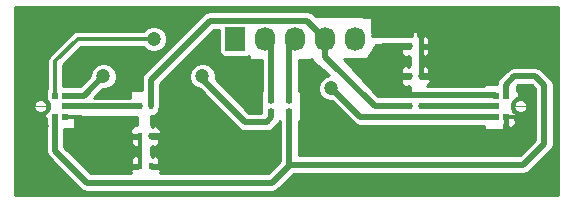
<source format=gbr>
G04 #@! TF.FileFunction,Copper,L1,Top,Signal*
%FSLAX46Y46*%
G04 Gerber Fmt 4.6, Leading zero omitted, Abs format (unit mm)*
G04 Created by KiCad (PCBNEW 4.0.0-rc1-stable) date 10/11/2017 19:58:53*
%MOMM*%
G01*
G04 APERTURE LIST*
%ADD10C,0.100000*%
%ADD11C,0.001000*%
%ADD12R,0.522000X0.600000*%
%ADD13R,0.100000X0.100000*%
%ADD14R,1.727200X2.032000*%
%ADD15O,1.727200X2.032000*%
%ADD16R,0.600000X0.400000*%
%ADD17R,0.400000X0.600000*%
%ADD18C,1.200000*%
%ADD19C,0.500000*%
%ADD20C,0.304800*%
%ADD21C,0.254000*%
G04 APERTURE END LIST*
D10*
D11*
G36*
X145292500Y-104140000D02*
X145592500Y-104140000D01*
X143967500Y-104161271D01*
X143969727Y-104203765D01*
X143974174Y-104246084D01*
X143980831Y-104288112D01*
X143989678Y-104329735D01*
X144000691Y-104370837D01*
X144013840Y-104411306D01*
X144029089Y-104451032D01*
X144046396Y-104489906D01*
X144065714Y-104527820D01*
X144086990Y-104564671D01*
X144110165Y-104600359D01*
X144135177Y-104634784D01*
X144161955Y-104667854D01*
X144190428Y-104699476D01*
X144220517Y-104729565D01*
X144252139Y-104758038D01*
X144285208Y-104784817D01*
X144319633Y-104809829D01*
X144355320Y-104833005D01*
X144392171Y-104854281D01*
X144430085Y-104873600D01*
X144468959Y-104890907D01*
X144508684Y-104906157D01*
X144549154Y-104919307D01*
X144590256Y-104930320D01*
X144631878Y-104939167D01*
X144673906Y-104945824D01*
X144716225Y-104950272D01*
X144758719Y-104952500D01*
X144780000Y-104952500D01*
X144780000Y-104652500D01*
X144766583Y-104652500D01*
X144739779Y-104651095D01*
X144713085Y-104648290D01*
X144686575Y-104644091D01*
X144660321Y-104638511D01*
X144634395Y-104631564D01*
X144608868Y-104623270D01*
X144583810Y-104613652D01*
X144559290Y-104602735D01*
X144535375Y-104590550D01*
X144512130Y-104577129D01*
X144489620Y-104562511D01*
X144467905Y-104546735D01*
X144447046Y-104529844D01*
X144427100Y-104511884D01*
X144408120Y-104492905D01*
X144390160Y-104472958D01*
X144373269Y-104452100D01*
X144357492Y-104430385D01*
X144342874Y-104407875D01*
X144329453Y-104384630D01*
X144317268Y-104360715D01*
X144306351Y-104336195D01*
X144296732Y-104311138D01*
X144288437Y-104285611D01*
X144281490Y-104259685D01*
X144275910Y-104233431D01*
X144271711Y-104206921D01*
X144268905Y-104180227D01*
X144267500Y-104153423D01*
X145292500Y-104140000D01*
G37*
X145292500Y-104140000D02*
X145592500Y-104140000D01*
X143967500Y-104161271D01*
X143969727Y-104203765D01*
X143974174Y-104246084D01*
X143980831Y-104288112D01*
X143989678Y-104329735D01*
X144000691Y-104370837D01*
X144013840Y-104411306D01*
X144029089Y-104451032D01*
X144046396Y-104489906D01*
X144065714Y-104527820D01*
X144086990Y-104564671D01*
X144110165Y-104600359D01*
X144135177Y-104634784D01*
X144161955Y-104667854D01*
X144190428Y-104699476D01*
X144220517Y-104729565D01*
X144252139Y-104758038D01*
X144285208Y-104784817D01*
X144319633Y-104809829D01*
X144355320Y-104833005D01*
X144392171Y-104854281D01*
X144430085Y-104873600D01*
X144468959Y-104890907D01*
X144508684Y-104906157D01*
X144549154Y-104919307D01*
X144590256Y-104930320D01*
X144631878Y-104939167D01*
X144673906Y-104945824D01*
X144716225Y-104950272D01*
X144758719Y-104952500D01*
X144780000Y-104952500D01*
X144780000Y-104652500D01*
X144766583Y-104652500D01*
X144739779Y-104651095D01*
X144713085Y-104648290D01*
X144686575Y-104644091D01*
X144660321Y-104638511D01*
X144634395Y-104631564D01*
X144608868Y-104623270D01*
X144583810Y-104613652D01*
X144559290Y-104602735D01*
X144535375Y-104590550D01*
X144512130Y-104577129D01*
X144489620Y-104562511D01*
X144467905Y-104546735D01*
X144447046Y-104529844D01*
X144427100Y-104511884D01*
X144408120Y-104492905D01*
X144390160Y-104472958D01*
X144373269Y-104452100D01*
X144357492Y-104430385D01*
X144342874Y-104407875D01*
X144329453Y-104384630D01*
X144317268Y-104360715D01*
X144306351Y-104336195D01*
X144296732Y-104311138D01*
X144288437Y-104285611D01*
X144281490Y-104259685D01*
X144275910Y-104233431D01*
X144271711Y-104206921D01*
X144268905Y-104180227D01*
X144267500Y-104153423D01*
X145292500Y-104140000D01*
G36*
X144780000Y-103627500D02*
X144780000Y-103327500D01*
X144758729Y-103327500D01*
X144716235Y-103329727D01*
X144673916Y-103334174D01*
X144631888Y-103340831D01*
X144590265Y-103349678D01*
X144549163Y-103360691D01*
X144508694Y-103373840D01*
X144468968Y-103389089D01*
X144430094Y-103406396D01*
X144392180Y-103425714D01*
X144355329Y-103446990D01*
X144319641Y-103470165D01*
X144285216Y-103495177D01*
X144252146Y-103521955D01*
X144220524Y-103550428D01*
X144190435Y-103580517D01*
X144161962Y-103612139D01*
X144135183Y-103645208D01*
X144110171Y-103679633D01*
X144086995Y-103715320D01*
X144065719Y-103752171D01*
X144046400Y-103790085D01*
X144029093Y-103828959D01*
X144013843Y-103868684D01*
X144000693Y-103909154D01*
X143989680Y-103950256D01*
X143980833Y-103991878D01*
X143974176Y-104033906D01*
X143969728Y-104076225D01*
X143967500Y-104118719D01*
X143967500Y-104140000D01*
X145292500Y-104140000D01*
X144267500Y-104126583D01*
X144268905Y-104099779D01*
X144271710Y-104073085D01*
X144275909Y-104046575D01*
X144281489Y-104020321D01*
X144288436Y-103994395D01*
X144296730Y-103968868D01*
X144306348Y-103943810D01*
X144317265Y-103919290D01*
X144329450Y-103895375D01*
X144342871Y-103872130D01*
X144357489Y-103849620D01*
X144373265Y-103827905D01*
X144390156Y-103807046D01*
X144408116Y-103787100D01*
X144427095Y-103768120D01*
X144447042Y-103750160D01*
X144467900Y-103733269D01*
X144489615Y-103717492D01*
X144512125Y-103702874D01*
X144535370Y-103689453D01*
X144559285Y-103677268D01*
X144583805Y-103666351D01*
X144608862Y-103656732D01*
X144634389Y-103648437D01*
X144660315Y-103641490D01*
X144686569Y-103635910D01*
X144713079Y-103631711D01*
X144739773Y-103628905D01*
X144766577Y-103627500D01*
X144780000Y-103627500D01*
G37*
X144780000Y-103627500D02*
X144780000Y-103327500D01*
X144758729Y-103327500D01*
X144716235Y-103329727D01*
X144673916Y-103334174D01*
X144631888Y-103340831D01*
X144590265Y-103349678D01*
X144549163Y-103360691D01*
X144508694Y-103373840D01*
X144468968Y-103389089D01*
X144430094Y-103406396D01*
X144392180Y-103425714D01*
X144355329Y-103446990D01*
X144319641Y-103470165D01*
X144285216Y-103495177D01*
X144252146Y-103521955D01*
X144220524Y-103550428D01*
X144190435Y-103580517D01*
X144161962Y-103612139D01*
X144135183Y-103645208D01*
X144110171Y-103679633D01*
X144086995Y-103715320D01*
X144065719Y-103752171D01*
X144046400Y-103790085D01*
X144029093Y-103828959D01*
X144013843Y-103868684D01*
X144000693Y-103909154D01*
X143989680Y-103950256D01*
X143980833Y-103991878D01*
X143974176Y-104033906D01*
X143969728Y-104076225D01*
X143967500Y-104118719D01*
X143967500Y-104140000D01*
X145292500Y-104140000D01*
X144267500Y-104126583D01*
X144268905Y-104099779D01*
X144271710Y-104073085D01*
X144275909Y-104046575D01*
X144281489Y-104020321D01*
X144288436Y-103994395D01*
X144296730Y-103968868D01*
X144306348Y-103943810D01*
X144317265Y-103919290D01*
X144329450Y-103895375D01*
X144342871Y-103872130D01*
X144357489Y-103849620D01*
X144373265Y-103827905D01*
X144390156Y-103807046D01*
X144408116Y-103787100D01*
X144427095Y-103768120D01*
X144447042Y-103750160D01*
X144467900Y-103733269D01*
X144489615Y-103717492D01*
X144512125Y-103702874D01*
X144535370Y-103689453D01*
X144559285Y-103677268D01*
X144583805Y-103666351D01*
X144608862Y-103656732D01*
X144634389Y-103648437D01*
X144660315Y-103641490D01*
X144686569Y-103635910D01*
X144713079Y-103631711D01*
X144739773Y-103628905D01*
X144766577Y-103627500D01*
X144780000Y-103627500D01*
G36*
X144267500Y-104140000D02*
X143967500Y-104140000D01*
X145592500Y-104118729D01*
X145590273Y-104076235D01*
X145585826Y-104033916D01*
X145579169Y-103991888D01*
X145570322Y-103950265D01*
X145559309Y-103909163D01*
X145546160Y-103868694D01*
X145530911Y-103828968D01*
X145513604Y-103790094D01*
X145494286Y-103752180D01*
X145473010Y-103715329D01*
X145449835Y-103679641D01*
X145424823Y-103645216D01*
X145398045Y-103612146D01*
X145369572Y-103580524D01*
X145339483Y-103550435D01*
X145307861Y-103521962D01*
X145274792Y-103495183D01*
X145240367Y-103470171D01*
X145204680Y-103446995D01*
X145167829Y-103425719D01*
X145129915Y-103406400D01*
X145091041Y-103389093D01*
X145051316Y-103373843D01*
X145010846Y-103360693D01*
X144969744Y-103349680D01*
X144928122Y-103340833D01*
X144886094Y-103334176D01*
X144843775Y-103329728D01*
X144801281Y-103327500D01*
X144780000Y-103327500D01*
X144780000Y-103627500D01*
X144793417Y-103627500D01*
X144820221Y-103628905D01*
X144846915Y-103631710D01*
X144873425Y-103635909D01*
X144899679Y-103641489D01*
X144925605Y-103648436D01*
X144951132Y-103656730D01*
X144976190Y-103666348D01*
X145000710Y-103677265D01*
X145024625Y-103689450D01*
X145047870Y-103702871D01*
X145070380Y-103717489D01*
X145092095Y-103733265D01*
X145112954Y-103750156D01*
X145132900Y-103768116D01*
X145151880Y-103787095D01*
X145169840Y-103807042D01*
X145186731Y-103827900D01*
X145202508Y-103849615D01*
X145217126Y-103872125D01*
X145230547Y-103895370D01*
X145242732Y-103919285D01*
X145253649Y-103943805D01*
X145263268Y-103968862D01*
X145271563Y-103994389D01*
X145278510Y-104020315D01*
X145284090Y-104046569D01*
X145288289Y-104073079D01*
X145291095Y-104099773D01*
X145292500Y-104126577D01*
X144267500Y-104140000D01*
G37*
X144267500Y-104140000D02*
X143967500Y-104140000D01*
X145592500Y-104118729D01*
X145590273Y-104076235D01*
X145585826Y-104033916D01*
X145579169Y-103991888D01*
X145570322Y-103950265D01*
X145559309Y-103909163D01*
X145546160Y-103868694D01*
X145530911Y-103828968D01*
X145513604Y-103790094D01*
X145494286Y-103752180D01*
X145473010Y-103715329D01*
X145449835Y-103679641D01*
X145424823Y-103645216D01*
X145398045Y-103612146D01*
X145369572Y-103580524D01*
X145339483Y-103550435D01*
X145307861Y-103521962D01*
X145274792Y-103495183D01*
X145240367Y-103470171D01*
X145204680Y-103446995D01*
X145167829Y-103425719D01*
X145129915Y-103406400D01*
X145091041Y-103389093D01*
X145051316Y-103373843D01*
X145010846Y-103360693D01*
X144969744Y-103349680D01*
X144928122Y-103340833D01*
X144886094Y-103334176D01*
X144843775Y-103329728D01*
X144801281Y-103327500D01*
X144780000Y-103327500D01*
X144780000Y-103627500D01*
X144793417Y-103627500D01*
X144820221Y-103628905D01*
X144846915Y-103631710D01*
X144873425Y-103635909D01*
X144899679Y-103641489D01*
X144925605Y-103648436D01*
X144951132Y-103656730D01*
X144976190Y-103666348D01*
X145000710Y-103677265D01*
X145024625Y-103689450D01*
X145047870Y-103702871D01*
X145070380Y-103717489D01*
X145092095Y-103733265D01*
X145112954Y-103750156D01*
X145132900Y-103768116D01*
X145151880Y-103787095D01*
X145169840Y-103807042D01*
X145186731Y-103827900D01*
X145202508Y-103849615D01*
X145217126Y-103872125D01*
X145230547Y-103895370D01*
X145242732Y-103919285D01*
X145253649Y-103943805D01*
X145263268Y-103968862D01*
X145271563Y-103994389D01*
X145278510Y-104020315D01*
X145284090Y-104046569D01*
X145288289Y-104073079D01*
X145291095Y-104099773D01*
X145292500Y-104126577D01*
X144267500Y-104140000D01*
G36*
X144780000Y-104652500D02*
X144780000Y-104952500D01*
X144801271Y-104952500D01*
X144843765Y-104950273D01*
X144886084Y-104945826D01*
X144928112Y-104939169D01*
X144969735Y-104930322D01*
X145010837Y-104919309D01*
X145051306Y-104906160D01*
X145091032Y-104890911D01*
X145129906Y-104873604D01*
X145167820Y-104854286D01*
X145204671Y-104833010D01*
X145240359Y-104809835D01*
X145274784Y-104784823D01*
X145307854Y-104758045D01*
X145339476Y-104729572D01*
X145369565Y-104699483D01*
X145398038Y-104667861D01*
X145424817Y-104634792D01*
X145449829Y-104600367D01*
X145473005Y-104564680D01*
X145494281Y-104527829D01*
X145513600Y-104489915D01*
X145530907Y-104451041D01*
X145546157Y-104411316D01*
X145559307Y-104370846D01*
X145570320Y-104329744D01*
X145579167Y-104288122D01*
X145585824Y-104246094D01*
X145590272Y-104203775D01*
X145592500Y-104161281D01*
X145592500Y-104140000D01*
X144267500Y-104140000D01*
X145292500Y-104153417D01*
X145291095Y-104180221D01*
X145288290Y-104206915D01*
X145284091Y-104233425D01*
X145278511Y-104259679D01*
X145271564Y-104285605D01*
X145263270Y-104311132D01*
X145253652Y-104336190D01*
X145242735Y-104360710D01*
X145230550Y-104384625D01*
X145217129Y-104407870D01*
X145202511Y-104430380D01*
X145186735Y-104452095D01*
X145169844Y-104472954D01*
X145151884Y-104492900D01*
X145132905Y-104511880D01*
X145112958Y-104529840D01*
X145092100Y-104546731D01*
X145070385Y-104562508D01*
X145047875Y-104577126D01*
X145024630Y-104590547D01*
X145000715Y-104602732D01*
X144976195Y-104613649D01*
X144951138Y-104623268D01*
X144925611Y-104631563D01*
X144899685Y-104638510D01*
X144873431Y-104644090D01*
X144846921Y-104648289D01*
X144820227Y-104651095D01*
X144793423Y-104652500D01*
X144780000Y-104652500D01*
G37*
X144780000Y-104652500D02*
X144780000Y-104952500D01*
X144801271Y-104952500D01*
X144843765Y-104950273D01*
X144886084Y-104945826D01*
X144928112Y-104939169D01*
X144969735Y-104930322D01*
X145010837Y-104919309D01*
X145051306Y-104906160D01*
X145091032Y-104890911D01*
X145129906Y-104873604D01*
X145167820Y-104854286D01*
X145204671Y-104833010D01*
X145240359Y-104809835D01*
X145274784Y-104784823D01*
X145307854Y-104758045D01*
X145339476Y-104729572D01*
X145369565Y-104699483D01*
X145398038Y-104667861D01*
X145424817Y-104634792D01*
X145449829Y-104600367D01*
X145473005Y-104564680D01*
X145494281Y-104527829D01*
X145513600Y-104489915D01*
X145530907Y-104451041D01*
X145546157Y-104411316D01*
X145559307Y-104370846D01*
X145570320Y-104329744D01*
X145579167Y-104288122D01*
X145585824Y-104246094D01*
X145590272Y-104203775D01*
X145592500Y-104161281D01*
X145592500Y-104140000D01*
X144267500Y-104140000D01*
X145292500Y-104153417D01*
X145291095Y-104180221D01*
X145288290Y-104206915D01*
X145284091Y-104233425D01*
X145278511Y-104259679D01*
X145271564Y-104285605D01*
X145263270Y-104311132D01*
X145253652Y-104336190D01*
X145242735Y-104360710D01*
X145230550Y-104384625D01*
X145217129Y-104407870D01*
X145202511Y-104430380D01*
X145186735Y-104452095D01*
X145169844Y-104472954D01*
X145151884Y-104492900D01*
X145132905Y-104511880D01*
X145112958Y-104529840D01*
X145092100Y-104546731D01*
X145070385Y-104562508D01*
X145047875Y-104577126D01*
X145024630Y-104590547D01*
X145000715Y-104602732D01*
X144976195Y-104613649D01*
X144951138Y-104623268D01*
X144925611Y-104631563D01*
X144899685Y-104638510D01*
X144873431Y-104644090D01*
X144846921Y-104648289D01*
X144820227Y-104651095D01*
X144793423Y-104652500D01*
X144780000Y-104652500D01*
G36*
X184907500Y-104140000D02*
X184607500Y-104140000D01*
X186232500Y-104118729D01*
X186230273Y-104076235D01*
X186225826Y-104033916D01*
X186219169Y-103991888D01*
X186210322Y-103950265D01*
X186199309Y-103909163D01*
X186186160Y-103868694D01*
X186170911Y-103828968D01*
X186153604Y-103790094D01*
X186134286Y-103752180D01*
X186113010Y-103715329D01*
X186089835Y-103679641D01*
X186064823Y-103645216D01*
X186038045Y-103612146D01*
X186009572Y-103580524D01*
X185979483Y-103550435D01*
X185947861Y-103521962D01*
X185914792Y-103495183D01*
X185880367Y-103470171D01*
X185844680Y-103446995D01*
X185807829Y-103425719D01*
X185769915Y-103406400D01*
X185731041Y-103389093D01*
X185691316Y-103373843D01*
X185650846Y-103360693D01*
X185609744Y-103349680D01*
X185568122Y-103340833D01*
X185526094Y-103334176D01*
X185483775Y-103329728D01*
X185441281Y-103327500D01*
X185420000Y-103327500D01*
X185420000Y-103627500D01*
X185433417Y-103627500D01*
X185460221Y-103628905D01*
X185486915Y-103631710D01*
X185513425Y-103635909D01*
X185539679Y-103641489D01*
X185565605Y-103648436D01*
X185591132Y-103656730D01*
X185616190Y-103666348D01*
X185640710Y-103677265D01*
X185664625Y-103689450D01*
X185687870Y-103702871D01*
X185710380Y-103717489D01*
X185732095Y-103733265D01*
X185752954Y-103750156D01*
X185772900Y-103768116D01*
X185791880Y-103787095D01*
X185809840Y-103807042D01*
X185826731Y-103827900D01*
X185842508Y-103849615D01*
X185857126Y-103872125D01*
X185870547Y-103895370D01*
X185882732Y-103919285D01*
X185893649Y-103943805D01*
X185903268Y-103968862D01*
X185911563Y-103994389D01*
X185918510Y-104020315D01*
X185924090Y-104046569D01*
X185928289Y-104073079D01*
X185931095Y-104099773D01*
X185932500Y-104126577D01*
X184907500Y-104140000D01*
G37*
X184907500Y-104140000D02*
X184607500Y-104140000D01*
X186232500Y-104118729D01*
X186230273Y-104076235D01*
X186225826Y-104033916D01*
X186219169Y-103991888D01*
X186210322Y-103950265D01*
X186199309Y-103909163D01*
X186186160Y-103868694D01*
X186170911Y-103828968D01*
X186153604Y-103790094D01*
X186134286Y-103752180D01*
X186113010Y-103715329D01*
X186089835Y-103679641D01*
X186064823Y-103645216D01*
X186038045Y-103612146D01*
X186009572Y-103580524D01*
X185979483Y-103550435D01*
X185947861Y-103521962D01*
X185914792Y-103495183D01*
X185880367Y-103470171D01*
X185844680Y-103446995D01*
X185807829Y-103425719D01*
X185769915Y-103406400D01*
X185731041Y-103389093D01*
X185691316Y-103373843D01*
X185650846Y-103360693D01*
X185609744Y-103349680D01*
X185568122Y-103340833D01*
X185526094Y-103334176D01*
X185483775Y-103329728D01*
X185441281Y-103327500D01*
X185420000Y-103327500D01*
X185420000Y-103627500D01*
X185433417Y-103627500D01*
X185460221Y-103628905D01*
X185486915Y-103631710D01*
X185513425Y-103635909D01*
X185539679Y-103641489D01*
X185565605Y-103648436D01*
X185591132Y-103656730D01*
X185616190Y-103666348D01*
X185640710Y-103677265D01*
X185664625Y-103689450D01*
X185687870Y-103702871D01*
X185710380Y-103717489D01*
X185732095Y-103733265D01*
X185752954Y-103750156D01*
X185772900Y-103768116D01*
X185791880Y-103787095D01*
X185809840Y-103807042D01*
X185826731Y-103827900D01*
X185842508Y-103849615D01*
X185857126Y-103872125D01*
X185870547Y-103895370D01*
X185882732Y-103919285D01*
X185893649Y-103943805D01*
X185903268Y-103968862D01*
X185911563Y-103994389D01*
X185918510Y-104020315D01*
X185924090Y-104046569D01*
X185928289Y-104073079D01*
X185931095Y-104099773D01*
X185932500Y-104126577D01*
X184907500Y-104140000D01*
G36*
X185420000Y-104652500D02*
X185420000Y-104952500D01*
X185441271Y-104952500D01*
X185483765Y-104950273D01*
X185526084Y-104945826D01*
X185568112Y-104939169D01*
X185609735Y-104930322D01*
X185650837Y-104919309D01*
X185691306Y-104906160D01*
X185731032Y-104890911D01*
X185769906Y-104873604D01*
X185807820Y-104854286D01*
X185844671Y-104833010D01*
X185880359Y-104809835D01*
X185914784Y-104784823D01*
X185947854Y-104758045D01*
X185979476Y-104729572D01*
X186009565Y-104699483D01*
X186038038Y-104667861D01*
X186064817Y-104634792D01*
X186089829Y-104600367D01*
X186113005Y-104564680D01*
X186134281Y-104527829D01*
X186153600Y-104489915D01*
X186170907Y-104451041D01*
X186186157Y-104411316D01*
X186199307Y-104370846D01*
X186210320Y-104329744D01*
X186219167Y-104288122D01*
X186225824Y-104246094D01*
X186230272Y-104203775D01*
X186232500Y-104161281D01*
X186232500Y-104140000D01*
X184907500Y-104140000D01*
X185932500Y-104153417D01*
X185931095Y-104180221D01*
X185928290Y-104206915D01*
X185924091Y-104233425D01*
X185918511Y-104259679D01*
X185911564Y-104285605D01*
X185903270Y-104311132D01*
X185893652Y-104336190D01*
X185882735Y-104360710D01*
X185870550Y-104384625D01*
X185857129Y-104407870D01*
X185842511Y-104430380D01*
X185826735Y-104452095D01*
X185809844Y-104472954D01*
X185791884Y-104492900D01*
X185772905Y-104511880D01*
X185752958Y-104529840D01*
X185732100Y-104546731D01*
X185710385Y-104562508D01*
X185687875Y-104577126D01*
X185664630Y-104590547D01*
X185640715Y-104602732D01*
X185616195Y-104613649D01*
X185591138Y-104623268D01*
X185565611Y-104631563D01*
X185539685Y-104638510D01*
X185513431Y-104644090D01*
X185486921Y-104648289D01*
X185460227Y-104651095D01*
X185433423Y-104652500D01*
X185420000Y-104652500D01*
G37*
X185420000Y-104652500D02*
X185420000Y-104952500D01*
X185441271Y-104952500D01*
X185483765Y-104950273D01*
X185526084Y-104945826D01*
X185568112Y-104939169D01*
X185609735Y-104930322D01*
X185650837Y-104919309D01*
X185691306Y-104906160D01*
X185731032Y-104890911D01*
X185769906Y-104873604D01*
X185807820Y-104854286D01*
X185844671Y-104833010D01*
X185880359Y-104809835D01*
X185914784Y-104784823D01*
X185947854Y-104758045D01*
X185979476Y-104729572D01*
X186009565Y-104699483D01*
X186038038Y-104667861D01*
X186064817Y-104634792D01*
X186089829Y-104600367D01*
X186113005Y-104564680D01*
X186134281Y-104527829D01*
X186153600Y-104489915D01*
X186170907Y-104451041D01*
X186186157Y-104411316D01*
X186199307Y-104370846D01*
X186210320Y-104329744D01*
X186219167Y-104288122D01*
X186225824Y-104246094D01*
X186230272Y-104203775D01*
X186232500Y-104161281D01*
X186232500Y-104140000D01*
X184907500Y-104140000D01*
X185932500Y-104153417D01*
X185931095Y-104180221D01*
X185928290Y-104206915D01*
X185924091Y-104233425D01*
X185918511Y-104259679D01*
X185911564Y-104285605D01*
X185903270Y-104311132D01*
X185893652Y-104336190D01*
X185882735Y-104360710D01*
X185870550Y-104384625D01*
X185857129Y-104407870D01*
X185842511Y-104430380D01*
X185826735Y-104452095D01*
X185809844Y-104472954D01*
X185791884Y-104492900D01*
X185772905Y-104511880D01*
X185752958Y-104529840D01*
X185732100Y-104546731D01*
X185710385Y-104562508D01*
X185687875Y-104577126D01*
X185664630Y-104590547D01*
X185640715Y-104602732D01*
X185616195Y-104613649D01*
X185591138Y-104623268D01*
X185565611Y-104631563D01*
X185539685Y-104638510D01*
X185513431Y-104644090D01*
X185486921Y-104648289D01*
X185460227Y-104651095D01*
X185433423Y-104652500D01*
X185420000Y-104652500D01*
G36*
X185932500Y-104140000D02*
X186232500Y-104140000D01*
X184607500Y-104161271D01*
X184609727Y-104203765D01*
X184614174Y-104246084D01*
X184620831Y-104288112D01*
X184629678Y-104329735D01*
X184640691Y-104370837D01*
X184653840Y-104411306D01*
X184669089Y-104451032D01*
X184686396Y-104489906D01*
X184705714Y-104527820D01*
X184726990Y-104564671D01*
X184750165Y-104600359D01*
X184775177Y-104634784D01*
X184801955Y-104667854D01*
X184830428Y-104699476D01*
X184860517Y-104729565D01*
X184892139Y-104758038D01*
X184925208Y-104784817D01*
X184959633Y-104809829D01*
X184995320Y-104833005D01*
X185032171Y-104854281D01*
X185070085Y-104873600D01*
X185108959Y-104890907D01*
X185148684Y-104906157D01*
X185189154Y-104919307D01*
X185230256Y-104930320D01*
X185271878Y-104939167D01*
X185313906Y-104945824D01*
X185356225Y-104950272D01*
X185398719Y-104952500D01*
X185420000Y-104952500D01*
X185420000Y-104652500D01*
X185406583Y-104652500D01*
X185379779Y-104651095D01*
X185353085Y-104648290D01*
X185326575Y-104644091D01*
X185300321Y-104638511D01*
X185274395Y-104631564D01*
X185248868Y-104623270D01*
X185223810Y-104613652D01*
X185199290Y-104602735D01*
X185175375Y-104590550D01*
X185152130Y-104577129D01*
X185129620Y-104562511D01*
X185107905Y-104546735D01*
X185087046Y-104529844D01*
X185067100Y-104511884D01*
X185048120Y-104492905D01*
X185030160Y-104472958D01*
X185013269Y-104452100D01*
X184997492Y-104430385D01*
X184982874Y-104407875D01*
X184969453Y-104384630D01*
X184957268Y-104360715D01*
X184946351Y-104336195D01*
X184936732Y-104311138D01*
X184928437Y-104285611D01*
X184921490Y-104259685D01*
X184915910Y-104233431D01*
X184911711Y-104206921D01*
X184908905Y-104180227D01*
X184907500Y-104153423D01*
X185932500Y-104140000D01*
G37*
X185932500Y-104140000D02*
X186232500Y-104140000D01*
X184607500Y-104161271D01*
X184609727Y-104203765D01*
X184614174Y-104246084D01*
X184620831Y-104288112D01*
X184629678Y-104329735D01*
X184640691Y-104370837D01*
X184653840Y-104411306D01*
X184669089Y-104451032D01*
X184686396Y-104489906D01*
X184705714Y-104527820D01*
X184726990Y-104564671D01*
X184750165Y-104600359D01*
X184775177Y-104634784D01*
X184801955Y-104667854D01*
X184830428Y-104699476D01*
X184860517Y-104729565D01*
X184892139Y-104758038D01*
X184925208Y-104784817D01*
X184959633Y-104809829D01*
X184995320Y-104833005D01*
X185032171Y-104854281D01*
X185070085Y-104873600D01*
X185108959Y-104890907D01*
X185148684Y-104906157D01*
X185189154Y-104919307D01*
X185230256Y-104930320D01*
X185271878Y-104939167D01*
X185313906Y-104945824D01*
X185356225Y-104950272D01*
X185398719Y-104952500D01*
X185420000Y-104952500D01*
X185420000Y-104652500D01*
X185406583Y-104652500D01*
X185379779Y-104651095D01*
X185353085Y-104648290D01*
X185326575Y-104644091D01*
X185300321Y-104638511D01*
X185274395Y-104631564D01*
X185248868Y-104623270D01*
X185223810Y-104613652D01*
X185199290Y-104602735D01*
X185175375Y-104590550D01*
X185152130Y-104577129D01*
X185129620Y-104562511D01*
X185107905Y-104546735D01*
X185087046Y-104529844D01*
X185067100Y-104511884D01*
X185048120Y-104492905D01*
X185030160Y-104472958D01*
X185013269Y-104452100D01*
X184997492Y-104430385D01*
X184982874Y-104407875D01*
X184969453Y-104384630D01*
X184957268Y-104360715D01*
X184946351Y-104336195D01*
X184936732Y-104311138D01*
X184928437Y-104285611D01*
X184921490Y-104259685D01*
X184915910Y-104233431D01*
X184911711Y-104206921D01*
X184908905Y-104180227D01*
X184907500Y-104153423D01*
X185932500Y-104140000D01*
G36*
X185420000Y-103627500D02*
X185420000Y-103327500D01*
X185398729Y-103327500D01*
X185356235Y-103329727D01*
X185313916Y-103334174D01*
X185271888Y-103340831D01*
X185230265Y-103349678D01*
X185189163Y-103360691D01*
X185148694Y-103373840D01*
X185108968Y-103389089D01*
X185070094Y-103406396D01*
X185032180Y-103425714D01*
X184995329Y-103446990D01*
X184959641Y-103470165D01*
X184925216Y-103495177D01*
X184892146Y-103521955D01*
X184860524Y-103550428D01*
X184830435Y-103580517D01*
X184801962Y-103612139D01*
X184775183Y-103645208D01*
X184750171Y-103679633D01*
X184726995Y-103715320D01*
X184705719Y-103752171D01*
X184686400Y-103790085D01*
X184669093Y-103828959D01*
X184653843Y-103868684D01*
X184640693Y-103909154D01*
X184629680Y-103950256D01*
X184620833Y-103991878D01*
X184614176Y-104033906D01*
X184609728Y-104076225D01*
X184607500Y-104118719D01*
X184607500Y-104140000D01*
X185932500Y-104140000D01*
X184907500Y-104126583D01*
X184908905Y-104099779D01*
X184911710Y-104073085D01*
X184915909Y-104046575D01*
X184921489Y-104020321D01*
X184928436Y-103994395D01*
X184936730Y-103968868D01*
X184946348Y-103943810D01*
X184957265Y-103919290D01*
X184969450Y-103895375D01*
X184982871Y-103872130D01*
X184997489Y-103849620D01*
X185013265Y-103827905D01*
X185030156Y-103807046D01*
X185048116Y-103787100D01*
X185067095Y-103768120D01*
X185087042Y-103750160D01*
X185107900Y-103733269D01*
X185129615Y-103717492D01*
X185152125Y-103702874D01*
X185175370Y-103689453D01*
X185199285Y-103677268D01*
X185223805Y-103666351D01*
X185248862Y-103656732D01*
X185274389Y-103648437D01*
X185300315Y-103641490D01*
X185326569Y-103635910D01*
X185353079Y-103631711D01*
X185379773Y-103628905D01*
X185406577Y-103627500D01*
X185420000Y-103627500D01*
G37*
X185420000Y-103627500D02*
X185420000Y-103327500D01*
X185398729Y-103327500D01*
X185356235Y-103329727D01*
X185313916Y-103334174D01*
X185271888Y-103340831D01*
X185230265Y-103349678D01*
X185189163Y-103360691D01*
X185148694Y-103373840D01*
X185108968Y-103389089D01*
X185070094Y-103406396D01*
X185032180Y-103425714D01*
X184995329Y-103446990D01*
X184959641Y-103470165D01*
X184925216Y-103495177D01*
X184892146Y-103521955D01*
X184860524Y-103550428D01*
X184830435Y-103580517D01*
X184801962Y-103612139D01*
X184775183Y-103645208D01*
X184750171Y-103679633D01*
X184726995Y-103715320D01*
X184705719Y-103752171D01*
X184686400Y-103790085D01*
X184669093Y-103828959D01*
X184653843Y-103868684D01*
X184640693Y-103909154D01*
X184629680Y-103950256D01*
X184620833Y-103991878D01*
X184614176Y-104033906D01*
X184609728Y-104076225D01*
X184607500Y-104118719D01*
X184607500Y-104140000D01*
X185932500Y-104140000D01*
X184907500Y-104126583D01*
X184908905Y-104099779D01*
X184911710Y-104073085D01*
X184915909Y-104046575D01*
X184921489Y-104020321D01*
X184928436Y-103994395D01*
X184936730Y-103968868D01*
X184946348Y-103943810D01*
X184957265Y-103919290D01*
X184969450Y-103895375D01*
X184982871Y-103872130D01*
X184997489Y-103849620D01*
X185013265Y-103827905D01*
X185030156Y-103807046D01*
X185048116Y-103787100D01*
X185067095Y-103768120D01*
X185087042Y-103750160D01*
X185107900Y-103733269D01*
X185129615Y-103717492D01*
X185152125Y-103702874D01*
X185175370Y-103689453D01*
X185199285Y-103677268D01*
X185223805Y-103666351D01*
X185248862Y-103656732D01*
X185274389Y-103648437D01*
X185300315Y-103641490D01*
X185326569Y-103635910D01*
X185353079Y-103631711D01*
X185379773Y-103628905D01*
X185406577Y-103627500D01*
X185420000Y-103627500D01*
D12*
X146032000Y-103240000D03*
X146854000Y-103240000D03*
X146854000Y-104140000D03*
X146854000Y-105040000D03*
X146032000Y-105040000D03*
D13*
X144800000Y-104790000D03*
D12*
X184168000Y-105040000D03*
X183346000Y-105040000D03*
X183346000Y-104140000D03*
X183346000Y-103240000D03*
X184168000Y-103240000D03*
D13*
X185400000Y-103490000D03*
D14*
X161290000Y-98425000D03*
D15*
X163830000Y-98425000D03*
X166370000Y-98425000D03*
X168910000Y-98425000D03*
X171450000Y-98425000D03*
D16*
X164338000Y-104590000D03*
X164338000Y-103690000D03*
X165862000Y-104590000D03*
X165862000Y-103690000D03*
D17*
X176080000Y-99060000D03*
X176980000Y-99060000D03*
X176080000Y-101600000D03*
X176980000Y-101600000D03*
X176080000Y-104140000D03*
X176980000Y-104140000D03*
X153220000Y-104140000D03*
X154120000Y-104140000D03*
X153220000Y-106680000D03*
X154120000Y-106680000D03*
X153220000Y-109220000D03*
X154120000Y-109220000D03*
D18*
X171983410Y-101117410D03*
X154381200Y-98450400D03*
X148717000Y-107696000D03*
X176784000Y-97282000D03*
X144272000Y-97790000D03*
X156845000Y-107950000D03*
X146050000Y-109982000D03*
X144780000Y-106807000D03*
X160401000Y-107950000D03*
X174117000Y-107442000D03*
X179959000Y-107442000D03*
X185547000Y-107442000D03*
X179832000Y-100076000D03*
X160401000Y-107950000D03*
X158496000Y-101600000D03*
X169418000Y-102616000D03*
X150114000Y-101600000D03*
D19*
X176080000Y-101600000D02*
X172466000Y-101600000D01*
X172466000Y-101600000D02*
X171983410Y-101117410D01*
X176080000Y-99060000D02*
X173761400Y-99060000D01*
X173761400Y-99060000D02*
X172064152Y-100757248D01*
X171983410Y-101117410D02*
X174100399Y-103234399D01*
X182600519Y-103234399D02*
X183301399Y-103234399D01*
X174100399Y-103234399D02*
X182600519Y-103234399D01*
D20*
X175280000Y-101600000D02*
X175280000Y-102529800D01*
X175990200Y-103240000D02*
X182780200Y-103240000D01*
X175280000Y-102529800D02*
X175990200Y-103240000D01*
X182780200Y-103240000D02*
X183346000Y-103240000D01*
X153220000Y-106680000D02*
X153220000Y-109220000D01*
X153220000Y-109220000D02*
X150241000Y-109220000D01*
X150241000Y-109220000D02*
X148717000Y-107696000D01*
X149363842Y-107049158D02*
X148717000Y-107696000D01*
X153220000Y-106680000D02*
X149733000Y-106680000D01*
X149733000Y-106680000D02*
X149363842Y-107049158D01*
X172064152Y-100757248D02*
X171983410Y-100863410D01*
X172085000Y-101600000D02*
X174916286Y-101600000D01*
X174916286Y-101600000D02*
X175280000Y-101600000D01*
X176080000Y-101600000D02*
X174916286Y-101600000D01*
X171983410Y-100863410D02*
X172085000Y-101600000D01*
X154381200Y-98450400D02*
X149860000Y-98425000D01*
X147955000Y-98425000D02*
X149860000Y-98425000D01*
X147955000Y-98425000D02*
X146050000Y-100330000D01*
X175006000Y-99060000D02*
X175280000Y-99060000D01*
X148220000Y-105040000D02*
X149860000Y-106680000D01*
X152420000Y-106680000D02*
X149733000Y-106680000D01*
X175280000Y-101600000D02*
X175280000Y-99060000D01*
X152420000Y-109220000D02*
X152420000Y-106680000D01*
X146854000Y-105040000D02*
X148220000Y-105040000D01*
X149860000Y-106680000D02*
X152420000Y-106680000D01*
X146032000Y-103240000D02*
X146032000Y-100348000D01*
D19*
X154120000Y-106680000D02*
X155575000Y-106680000D01*
X155575000Y-106680000D02*
X156845000Y-107950000D01*
X176980000Y-101600000D02*
X178308000Y-101600000D01*
X178308000Y-101600000D02*
X179832000Y-100076000D01*
D20*
X185400000Y-103225600D02*
X185521600Y-103225600D01*
X185521600Y-103225600D02*
X185674000Y-103378000D01*
X145262999Y-105460800D02*
X145135600Y-105460800D01*
X145135600Y-105460800D02*
X144800000Y-105125200D01*
X143891000Y-104394000D02*
X143891000Y-104775000D01*
X143891000Y-104775000D02*
X144627600Y-105511600D01*
X145262999Y-99542999D02*
X144272000Y-97790000D01*
X145262999Y-102006001D02*
X145262999Y-99542999D01*
X144018000Y-103632000D02*
X144272000Y-103378000D01*
X144272000Y-103378000D02*
X144653000Y-103378000D01*
X144653000Y-103378000D02*
X144526000Y-103251000D01*
X144526000Y-103251000D02*
X144907000Y-103251000D01*
X144907000Y-103251000D02*
X145161000Y-103251000D01*
X145161000Y-103251000D02*
X145161000Y-103378000D01*
X145161000Y-103378000D02*
X145262999Y-103479999D01*
X145262999Y-103479999D02*
X145262999Y-102006001D01*
X143891000Y-104013000D02*
X143891000Y-103632000D01*
X143891000Y-103632000D02*
X144018000Y-103632000D01*
X143891000Y-104394000D02*
X143891000Y-104013000D01*
X144800000Y-104790000D02*
X144800000Y-105125200D01*
X144800000Y-105125200D02*
X144800000Y-105144800D01*
X144145000Y-104648000D02*
X143891000Y-104394000D01*
X144661800Y-105164800D02*
X144145000Y-104648000D01*
X144780000Y-105164800D02*
X144661800Y-105164800D01*
X144800000Y-105144800D02*
X144780000Y-105164800D01*
X156845000Y-107950000D02*
X157693528Y-107950000D01*
X157693528Y-107950000D02*
X160401000Y-107950000D01*
X144800000Y-104790000D02*
X144800000Y-106787000D01*
X144800000Y-106787000D02*
X144780000Y-106807000D01*
X145262999Y-105257999D02*
X145262999Y-105460800D01*
X145262999Y-105460800D02*
X145262999Y-105746401D01*
X145262999Y-105746401D02*
X145371590Y-105854992D01*
X144800000Y-104795000D02*
X145262999Y-105257999D01*
X144800000Y-104790000D02*
X144800000Y-104795000D01*
X185547000Y-107442000D02*
X185547000Y-105283000D01*
X185801000Y-105029000D02*
X185547000Y-105283000D01*
X179959000Y-107442000D02*
X174117000Y-107442000D01*
X185558000Y-105040000D02*
X185547000Y-105051000D01*
X185547000Y-105051000D02*
X185547000Y-107442000D01*
X184168000Y-105040000D02*
X185558000Y-105040000D01*
X185039000Y-105029000D02*
X185028000Y-105040000D01*
X185028000Y-105040000D02*
X184168000Y-105040000D01*
X185801000Y-105029000D02*
X185039000Y-105029000D01*
X186309000Y-104521000D02*
X185801000Y-105029000D01*
X186309000Y-103759000D02*
X186309000Y-104521000D01*
X185547000Y-102997000D02*
X186309000Y-103759000D01*
X185547000Y-102988200D02*
X185547000Y-102997000D01*
X185400000Y-103490000D02*
X185400000Y-103225600D01*
X185400000Y-103225600D02*
X185400000Y-103135200D01*
X185400000Y-103135200D02*
X185547000Y-102988200D01*
X154920000Y-109220000D02*
X154920000Y-106680000D01*
X178816000Y-99060000D02*
X179832000Y-100076000D01*
X178816000Y-99060000D02*
X177780000Y-99060000D01*
X154920000Y-109220000D02*
X158369000Y-109220000D01*
X158369000Y-109220000D02*
X160401000Y-107950000D01*
X176784000Y-97282000D02*
X177780000Y-98278000D01*
X177780000Y-98278000D02*
X177780000Y-99060000D01*
X177780000Y-101600000D02*
X177780000Y-99060000D01*
D19*
X146854000Y-103240000D02*
X148474000Y-103240000D01*
X148474000Y-103240000D02*
X150114000Y-101600000D01*
X158496000Y-101600000D02*
X158496000Y-101854000D01*
X158496000Y-101854000D02*
X162132000Y-105490000D01*
X162132000Y-105490000D02*
X163942800Y-105490000D01*
X163942800Y-105490000D02*
X164338000Y-105094800D01*
X164338000Y-105094800D02*
X164338000Y-104590000D01*
X169418000Y-102616000D02*
X171847601Y-105045601D01*
X171847601Y-105045601D02*
X182600519Y-105045601D01*
X182600519Y-105045601D02*
X183301399Y-105045601D01*
D20*
X183346000Y-105040000D02*
X171842000Y-105040000D01*
X171842000Y-105040000D02*
X169418000Y-102616000D01*
X164338000Y-104590000D02*
X164338000Y-105094800D01*
X164338000Y-105094800D02*
X163942800Y-105490000D01*
X163942800Y-105490000D02*
X162132000Y-105490000D01*
X162132000Y-105490000D02*
X158496000Y-101854000D01*
X150114000Y-101600000D02*
X148474000Y-103240000D01*
D19*
X187452000Y-107321290D02*
X187452000Y-102362000D01*
X187452000Y-102362000D02*
X186690000Y-101600000D01*
X185680290Y-109093000D02*
X187452000Y-107321290D01*
X165893152Y-109093000D02*
X185680290Y-109093000D01*
X186690000Y-101600000D02*
X184937400Y-101600000D01*
X184912000Y-101600000D02*
X184168000Y-102344000D01*
X184937400Y-101600000D02*
X184912000Y-101600000D01*
X184168000Y-103240000D02*
X184168000Y-102344000D01*
X146032000Y-107932000D02*
X146032000Y-105040000D01*
X165862000Y-104590000D02*
X165862000Y-109061848D01*
X165862000Y-109061848D02*
X165893152Y-109093000D01*
X164306848Y-110617000D02*
X164369152Y-110617000D01*
X164369152Y-110617000D02*
X165893152Y-109093000D01*
X148717000Y-110617000D02*
X154406600Y-110617000D01*
X154406600Y-110617000D02*
X164306848Y-110617000D01*
X146032000Y-107932000D02*
X148717000Y-110617000D01*
D20*
X165862000Y-109061848D02*
X164306848Y-110617000D01*
D19*
X154120000Y-104140000D02*
X154120000Y-101912000D01*
X154120000Y-101912000D02*
X159131010Y-96900990D01*
X159131010Y-96900990D02*
X167385990Y-96900990D01*
X167385990Y-96900990D02*
X168910000Y-98425000D01*
X168910000Y-98425000D02*
X168910000Y-99941000D01*
X168910000Y-99941000D02*
X173109000Y-104140000D01*
X173109000Y-104140000D02*
X175380000Y-104140000D01*
X175380000Y-104140000D02*
X176080000Y-104140000D01*
D20*
X168910000Y-98425000D02*
X168910000Y-98272600D01*
X168910000Y-98272600D02*
X167538390Y-96900990D01*
X167538390Y-96900990D02*
X159131010Y-96900990D01*
X159131010Y-96900990D02*
X154120000Y-101912000D01*
X172985158Y-104140000D02*
X173452333Y-104140000D01*
X176080000Y-104140000D02*
X173452333Y-104140000D01*
X173452333Y-104140000D02*
X174125200Y-104140000D01*
X168910000Y-98425000D02*
X168910000Y-100064842D01*
X168910000Y-100064842D02*
X172985158Y-104140000D01*
X174125200Y-104140000D02*
X175180000Y-104140000D01*
X175180000Y-104140000D02*
X173583600Y-104140000D01*
D19*
X153220000Y-104140000D02*
X146854000Y-104140000D01*
X183346000Y-104140000D02*
X182594918Y-104140000D01*
X182594918Y-104140000D02*
X176980000Y-104140000D01*
X164338000Y-103690000D02*
X164338000Y-98933000D01*
X164338000Y-98933000D02*
X163830000Y-98425000D01*
D20*
X164338000Y-98933000D02*
X163830000Y-98425000D01*
D19*
X165862000Y-98933000D02*
X166370000Y-98425000D01*
X165862000Y-103690000D02*
X165862000Y-98933000D01*
D20*
X165862000Y-98933000D02*
X166370000Y-98425000D01*
D21*
G36*
X176045625Y-99207000D02*
X175980000Y-99207000D01*
X175980000Y-99187000D01*
X175403750Y-99187000D01*
X175245000Y-99345750D01*
X175245000Y-99486310D01*
X175341673Y-99719699D01*
X175520302Y-99898327D01*
X175753691Y-99995000D01*
X175821250Y-99995000D01*
X175952998Y-99863252D01*
X175952998Y-99995000D01*
X176042138Y-99995000D01*
X176039173Y-100665000D01*
X175952998Y-100665000D01*
X175952998Y-100796748D01*
X175821250Y-100665000D01*
X175753691Y-100665000D01*
X175520302Y-100761673D01*
X175341673Y-100940301D01*
X175245000Y-101173690D01*
X175245000Y-101314250D01*
X175403750Y-101473000D01*
X175980000Y-101473000D01*
X175980000Y-101453000D01*
X176035686Y-101453000D01*
X176034385Y-101747000D01*
X175980000Y-101747000D01*
X175980000Y-101727000D01*
X175403750Y-101727000D01*
X175245000Y-101885750D01*
X175245000Y-102026310D01*
X175341673Y-102259699D01*
X175520302Y-102438327D01*
X175753691Y-102535000D01*
X175821250Y-102535000D01*
X175952998Y-102403252D01*
X175952998Y-102535000D01*
X176030898Y-102535000D01*
X176027640Y-103271320D01*
X173339164Y-103271320D01*
X172991009Y-102923165D01*
X170516251Y-100177600D01*
X172288200Y-100177600D01*
X172337610Y-100167594D01*
X172393538Y-100121542D01*
X173193985Y-98933000D01*
X176046837Y-98933000D01*
X176045625Y-99207000D01*
X176045625Y-99207000D01*
G37*
X176045625Y-99207000D02*
X175980000Y-99207000D01*
X175980000Y-99187000D01*
X175403750Y-99187000D01*
X175245000Y-99345750D01*
X175245000Y-99486310D01*
X175341673Y-99719699D01*
X175520302Y-99898327D01*
X175753691Y-99995000D01*
X175821250Y-99995000D01*
X175952998Y-99863252D01*
X175952998Y-99995000D01*
X176042138Y-99995000D01*
X176039173Y-100665000D01*
X175952998Y-100665000D01*
X175952998Y-100796748D01*
X175821250Y-100665000D01*
X175753691Y-100665000D01*
X175520302Y-100761673D01*
X175341673Y-100940301D01*
X175245000Y-101173690D01*
X175245000Y-101314250D01*
X175403750Y-101473000D01*
X175980000Y-101473000D01*
X175980000Y-101453000D01*
X176035686Y-101453000D01*
X176034385Y-101747000D01*
X175980000Y-101747000D01*
X175980000Y-101727000D01*
X175403750Y-101727000D01*
X175245000Y-101885750D01*
X175245000Y-102026310D01*
X175341673Y-102259699D01*
X175520302Y-102438327D01*
X175753691Y-102535000D01*
X175821250Y-102535000D01*
X175952998Y-102403252D01*
X175952998Y-102535000D01*
X176030898Y-102535000D01*
X176027640Y-103271320D01*
X173339164Y-103271320D01*
X172991009Y-102923165D01*
X170516251Y-100177600D01*
X172288200Y-100177600D01*
X172337610Y-100167594D01*
X172393538Y-100121542D01*
X173193985Y-98933000D01*
X176046837Y-98933000D01*
X176045625Y-99207000D01*
G36*
X152971585Y-105755335D02*
X152961250Y-105745000D01*
X152893691Y-105745000D01*
X152660302Y-105841673D01*
X152481673Y-106020301D01*
X152385000Y-106253690D01*
X152385000Y-106394250D01*
X152543750Y-106553000D01*
X152983550Y-106553000D01*
X152987360Y-106807000D01*
X152543750Y-106807000D01*
X152385000Y-106965750D01*
X152385000Y-107106310D01*
X152481673Y-107339699D01*
X152660302Y-107518327D01*
X152893691Y-107615000D01*
X152961250Y-107615000D01*
X152998915Y-107577335D01*
X153010265Y-108334015D01*
X152961250Y-108285000D01*
X152893691Y-108285000D01*
X152660302Y-108381673D01*
X152481673Y-108560301D01*
X152385000Y-108793690D01*
X152385000Y-108934250D01*
X152543750Y-109093000D01*
X153021650Y-109093000D01*
X153025460Y-109347000D01*
X152543750Y-109347000D01*
X152385000Y-109505750D01*
X152385000Y-109646310D01*
X152465229Y-109840000D01*
X149038844Y-109840000D01*
X146809000Y-107610156D01*
X146809000Y-106045000D01*
X147574000Y-106045000D01*
X147623410Y-106034994D01*
X147665035Y-106006553D01*
X147692315Y-105964159D01*
X147701000Y-105918000D01*
X147701000Y-105584605D01*
X147750000Y-105466309D01*
X147750000Y-105325750D01*
X147701000Y-105276750D01*
X147701000Y-105029000D01*
X152960690Y-105029000D01*
X152971585Y-105755335D01*
X152971585Y-105755335D01*
G37*
X152971585Y-105755335D02*
X152961250Y-105745000D01*
X152893691Y-105745000D01*
X152660302Y-105841673D01*
X152481673Y-106020301D01*
X152385000Y-106253690D01*
X152385000Y-106394250D01*
X152543750Y-106553000D01*
X152983550Y-106553000D01*
X152987360Y-106807000D01*
X152543750Y-106807000D01*
X152385000Y-106965750D01*
X152385000Y-107106310D01*
X152481673Y-107339699D01*
X152660302Y-107518327D01*
X152893691Y-107615000D01*
X152961250Y-107615000D01*
X152998915Y-107577335D01*
X153010265Y-108334015D01*
X152961250Y-108285000D01*
X152893691Y-108285000D01*
X152660302Y-108381673D01*
X152481673Y-108560301D01*
X152385000Y-108793690D01*
X152385000Y-108934250D01*
X152543750Y-109093000D01*
X153021650Y-109093000D01*
X153025460Y-109347000D01*
X152543750Y-109347000D01*
X152385000Y-109505750D01*
X152385000Y-109646310D01*
X152465229Y-109840000D01*
X149038844Y-109840000D01*
X146809000Y-107610156D01*
X146809000Y-106045000D01*
X147574000Y-106045000D01*
X147623410Y-106034994D01*
X147665035Y-106006553D01*
X147692315Y-105964159D01*
X147701000Y-105918000D01*
X147701000Y-105584605D01*
X147750000Y-105466309D01*
X147750000Y-105325750D01*
X147701000Y-105276750D01*
X147701000Y-105029000D01*
X152960690Y-105029000D01*
X152971585Y-105755335D01*
G36*
X188574000Y-111637400D02*
X142642000Y-111637400D01*
X142642000Y-105475000D01*
X144616250Y-105475000D01*
X144623690Y-105475000D01*
X144976310Y-105475000D01*
X144983750Y-105475000D01*
X144981571Y-105472821D01*
X144976310Y-105475000D01*
X144623690Y-105475000D01*
X144618429Y-105472821D01*
X144616250Y-105475000D01*
X142642000Y-105475000D01*
X142642000Y-104118719D01*
X143640000Y-104118719D01*
X143640000Y-104140000D01*
X143640426Y-104142141D01*
X143640028Y-104144287D01*
X143642134Y-104154195D01*
X143640028Y-104165558D01*
X143641386Y-104171948D01*
X143640449Y-104178411D01*
X143642676Y-104220905D01*
X143644816Y-104229331D01*
X143644020Y-104237991D01*
X143648467Y-104280310D01*
X143651048Y-104288624D01*
X143650707Y-104297319D01*
X143657364Y-104339347D01*
X143660373Y-104347504D01*
X143660487Y-104356201D01*
X143669334Y-104397824D01*
X143672768Y-104405818D01*
X143673337Y-104414496D01*
X143684350Y-104455599D01*
X143688198Y-104463401D01*
X143689220Y-104472039D01*
X143702369Y-104512508D01*
X143706618Y-104520095D01*
X143708091Y-104528669D01*
X143723340Y-104568395D01*
X143727982Y-104575752D01*
X143729901Y-104584233D01*
X143747208Y-104623107D01*
X143752229Y-104630212D01*
X143754591Y-104638587D01*
X143773909Y-104676501D01*
X143779295Y-104683333D01*
X143782091Y-104691570D01*
X143803367Y-104728421D01*
X143809100Y-104734958D01*
X143812322Y-104743035D01*
X143835496Y-104778722D01*
X143841571Y-104784958D01*
X143845215Y-104792863D01*
X143870227Y-104827287D01*
X143876609Y-104833186D01*
X143880656Y-104840879D01*
X143907434Y-104873949D01*
X143914126Y-104879515D01*
X143918577Y-104886996D01*
X143947050Y-104918618D01*
X143954020Y-104923822D01*
X143958851Y-104931053D01*
X143988939Y-104961142D01*
X143996172Y-104965975D01*
X144001375Y-104972943D01*
X144032997Y-105001416D01*
X144040472Y-105005863D01*
X144046035Y-105012552D01*
X144079104Y-105039331D01*
X144086800Y-105043380D01*
X144092704Y-105049767D01*
X144127129Y-105074779D01*
X144135029Y-105078421D01*
X144141261Y-105084492D01*
X144172303Y-105104651D01*
X144211673Y-105199698D01*
X144390301Y-105378327D01*
X144618429Y-105472821D01*
X144775000Y-105316250D01*
X144775000Y-105280000D01*
X144801271Y-105280000D01*
X144809803Y-105278303D01*
X144818411Y-105279551D01*
X144825000Y-105279206D01*
X144825000Y-105316250D01*
X144981571Y-105472821D01*
X145209699Y-105378327D01*
X145235949Y-105352077D01*
X145255000Y-105453328D01*
X145255000Y-107932000D01*
X145314146Y-108229345D01*
X145482578Y-108481422D01*
X148167578Y-111166422D01*
X148419655Y-111334854D01*
X148717000Y-111394000D01*
X164369152Y-111394000D01*
X164666497Y-111334854D01*
X164918574Y-111166422D01*
X166214996Y-109870000D01*
X185680290Y-109870000D01*
X185977635Y-109810854D01*
X186229712Y-109642422D01*
X188001422Y-107870712D01*
X188169854Y-107618635D01*
X188229000Y-107321290D01*
X188229000Y-102362000D01*
X188169854Y-102064655D01*
X188001422Y-101812578D01*
X187239422Y-101050578D01*
X186987345Y-100882146D01*
X186690000Y-100823000D01*
X184912000Y-100823000D01*
X184614655Y-100882146D01*
X184362578Y-101050578D01*
X183618578Y-101794578D01*
X183450146Y-102046655D01*
X183412682Y-102235000D01*
X182499000Y-102235000D01*
X182452841Y-102243685D01*
X182410447Y-102270965D01*
X182382006Y-102312590D01*
X182372000Y-102362000D01*
X182372000Y-102457399D01*
X177493654Y-102457399D01*
X177539698Y-102438327D01*
X177718327Y-102259699D01*
X177815000Y-102026310D01*
X177815000Y-101885750D01*
X177656250Y-101727000D01*
X177080000Y-101727000D01*
X177080000Y-101747000D01*
X176924908Y-101747000D01*
X176921186Y-100823750D01*
X177080000Y-100823750D01*
X177080000Y-101473000D01*
X177656250Y-101473000D01*
X177815000Y-101314250D01*
X177815000Y-101173690D01*
X177718327Y-100940301D01*
X177539698Y-100761673D01*
X177306309Y-100665000D01*
X177238750Y-100665000D01*
X177080000Y-100823750D01*
X176921186Y-100823750D01*
X176914586Y-99187000D01*
X177080000Y-99187000D01*
X177080000Y-99836250D01*
X177238750Y-99995000D01*
X177306309Y-99995000D01*
X177539698Y-99898327D01*
X177718327Y-99719699D01*
X177815000Y-99486310D01*
X177815000Y-99345750D01*
X177656250Y-99187000D01*
X177080000Y-99187000D01*
X176914586Y-99187000D01*
X176910999Y-98297488D01*
X176908160Y-98283750D01*
X177080000Y-98283750D01*
X177080000Y-98933000D01*
X177656250Y-98933000D01*
X177815000Y-98774250D01*
X177815000Y-98633690D01*
X177718327Y-98400301D01*
X177539698Y-98221673D01*
X177306309Y-98125000D01*
X177238750Y-98125000D01*
X177080000Y-98283750D01*
X176908160Y-98283750D01*
X176900794Y-98248119D01*
X176872186Y-98206609D01*
X176829682Y-98179500D01*
X176784000Y-98171000D01*
X176784000Y-97917000D01*
X176775315Y-97870841D01*
X176748035Y-97828447D01*
X176706410Y-97800006D01*
X176657000Y-97790000D01*
X176403000Y-97790000D01*
X176356841Y-97798685D01*
X176314447Y-97825965D01*
X176286006Y-97867590D01*
X176276000Y-97917000D01*
X176276000Y-98171000D01*
X172897800Y-98171000D01*
X172897800Y-98123963D01*
X172935184Y-98063087D01*
X172897800Y-97956213D01*
X172897800Y-96697800D01*
X172887794Y-96648390D01*
X172859353Y-96606765D01*
X172816959Y-96579485D01*
X172773109Y-96570821D01*
X171376109Y-96545421D01*
X171374720Y-96545403D01*
X168120034Y-96521818D01*
X168018798Y-96420582D01*
X167975485Y-96391641D01*
X167935412Y-96351568D01*
X167683335Y-96183136D01*
X167385990Y-96123990D01*
X159131010Y-96123990D01*
X158833665Y-96183136D01*
X158581588Y-96351568D01*
X153570578Y-101362578D01*
X153402146Y-101614655D01*
X153343000Y-101912000D01*
X153343000Y-102743000D01*
X152527000Y-102743000D01*
X152477590Y-102753006D01*
X152435965Y-102781447D01*
X152408685Y-102823841D01*
X152400000Y-102870000D01*
X152400000Y-103460600D01*
X149352244Y-103460600D01*
X150085868Y-102726976D01*
X150337191Y-102727195D01*
X150751560Y-102555981D01*
X151068867Y-102239228D01*
X151240804Y-101825158D01*
X151241195Y-101376809D01*
X151069981Y-100962440D01*
X150753228Y-100645133D01*
X150339158Y-100473196D01*
X149890809Y-100472805D01*
X149476440Y-100644019D01*
X149159133Y-100960772D01*
X148987196Y-101374842D01*
X148986975Y-101628181D01*
X148152156Y-102463000D01*
X147350378Y-102463000D01*
X147324049Y-102445010D01*
X147115000Y-102402676D01*
X146711400Y-102402676D01*
X146711400Y-100629416D01*
X148236416Y-99104400D01*
X149858141Y-99104400D01*
X153461840Y-99124646D01*
X153741972Y-99405267D01*
X154156042Y-99577204D01*
X154604391Y-99577595D01*
X155018760Y-99406381D01*
X155336067Y-99089628D01*
X155508004Y-98675558D01*
X155508395Y-98227209D01*
X155337181Y-97812840D01*
X155020428Y-97495533D01*
X154606358Y-97323596D01*
X154158009Y-97323205D01*
X153743640Y-97494419D01*
X153471704Y-97765880D01*
X149863817Y-97745611D01*
X149861908Y-97745980D01*
X149860000Y-97745600D01*
X147955000Y-97745600D01*
X147695005Y-97797316D01*
X147474592Y-97944592D01*
X145569592Y-99849592D01*
X145562382Y-99860382D01*
X145551592Y-99867592D01*
X145404316Y-100088005D01*
X145352600Y-100348000D01*
X145352600Y-102618858D01*
X145276010Y-102730951D01*
X145233676Y-102940000D01*
X145233676Y-103094105D01*
X145224242Y-103089905D01*
X145215766Y-103087987D01*
X145208414Y-103083348D01*
X145168688Y-103068098D01*
X145160115Y-103066625D01*
X145152523Y-103062373D01*
X145112053Y-103049223D01*
X145103411Y-103048200D01*
X145095608Y-103044352D01*
X145054505Y-103033339D01*
X145045826Y-103032770D01*
X145037835Y-103029337D01*
X144996213Y-103020490D01*
X144987516Y-103020376D01*
X144979357Y-103017366D01*
X144937329Y-103010709D01*
X144928638Y-103011050D01*
X144920328Y-103008470D01*
X144878009Y-103004022D01*
X144869350Y-103004818D01*
X144860922Y-103002677D01*
X144818429Y-103000449D01*
X144809816Y-103001698D01*
X144801281Y-103000000D01*
X144758729Y-103000000D01*
X144750197Y-103001697D01*
X144741589Y-103000449D01*
X144699095Y-103002676D01*
X144690669Y-103004816D01*
X144682009Y-103004020D01*
X144639690Y-103008467D01*
X144631376Y-103011048D01*
X144622681Y-103010707D01*
X144580653Y-103017364D01*
X144572496Y-103020373D01*
X144563799Y-103020487D01*
X144522176Y-103029334D01*
X144514182Y-103032768D01*
X144505504Y-103033337D01*
X144464402Y-103044350D01*
X144456602Y-103048196D01*
X144447962Y-103049219D01*
X144407492Y-103062369D01*
X144399905Y-103066618D01*
X144391331Y-103068091D01*
X144351605Y-103083340D01*
X144344250Y-103087981D01*
X144335767Y-103089900D01*
X144296893Y-103107208D01*
X144289788Y-103112229D01*
X144281413Y-103114591D01*
X144243499Y-103133909D01*
X144236667Y-103139295D01*
X144228430Y-103142091D01*
X144191579Y-103163367D01*
X144185042Y-103169100D01*
X144176965Y-103172322D01*
X144141277Y-103195497D01*
X144135042Y-103201571D01*
X144127137Y-103205215D01*
X144092712Y-103230227D01*
X144086812Y-103236610D01*
X144079121Y-103240656D01*
X144046051Y-103267434D01*
X144040485Y-103274126D01*
X144033004Y-103278577D01*
X144001382Y-103307050D01*
X143996179Y-103314018D01*
X143988946Y-103318851D01*
X143958858Y-103348940D01*
X143954027Y-103356171D01*
X143947057Y-103361375D01*
X143918584Y-103392997D01*
X143914137Y-103400472D01*
X143907448Y-103406035D01*
X143880669Y-103439104D01*
X143876619Y-103446802D01*
X143870233Y-103452705D01*
X143845221Y-103487129D01*
X143841579Y-103495029D01*
X143835508Y-103501261D01*
X143812332Y-103536948D01*
X143809108Y-103545030D01*
X143803372Y-103551570D01*
X143782096Y-103588421D01*
X143779301Y-103596655D01*
X143773917Y-103603484D01*
X143754598Y-103641398D01*
X143752235Y-103649776D01*
X143747212Y-103656884D01*
X143729905Y-103695758D01*
X143727987Y-103704234D01*
X143723348Y-103711586D01*
X143708098Y-103751312D01*
X143706625Y-103759885D01*
X143702373Y-103767477D01*
X143689223Y-103807947D01*
X143688200Y-103816589D01*
X143684352Y-103824392D01*
X143673339Y-103865495D01*
X143672770Y-103874174D01*
X143669337Y-103882165D01*
X143660490Y-103923787D01*
X143660376Y-103932484D01*
X143657366Y-103940643D01*
X143650709Y-103982671D01*
X143651050Y-103991362D01*
X143648470Y-103999672D01*
X143644022Y-104041991D01*
X143644818Y-104050650D01*
X143642677Y-104059078D01*
X143640449Y-104101571D01*
X143641698Y-104110184D01*
X143640000Y-104118719D01*
X142642000Y-104118719D01*
X142642000Y-95702800D01*
X188574000Y-95702800D01*
X188574000Y-111637400D01*
X188574000Y-111637400D01*
G37*
X188574000Y-111637400D02*
X142642000Y-111637400D01*
X142642000Y-105475000D01*
X144616250Y-105475000D01*
X144623690Y-105475000D01*
X144976310Y-105475000D01*
X144983750Y-105475000D01*
X144981571Y-105472821D01*
X144976310Y-105475000D01*
X144623690Y-105475000D01*
X144618429Y-105472821D01*
X144616250Y-105475000D01*
X142642000Y-105475000D01*
X142642000Y-104118719D01*
X143640000Y-104118719D01*
X143640000Y-104140000D01*
X143640426Y-104142141D01*
X143640028Y-104144287D01*
X143642134Y-104154195D01*
X143640028Y-104165558D01*
X143641386Y-104171948D01*
X143640449Y-104178411D01*
X143642676Y-104220905D01*
X143644816Y-104229331D01*
X143644020Y-104237991D01*
X143648467Y-104280310D01*
X143651048Y-104288624D01*
X143650707Y-104297319D01*
X143657364Y-104339347D01*
X143660373Y-104347504D01*
X143660487Y-104356201D01*
X143669334Y-104397824D01*
X143672768Y-104405818D01*
X143673337Y-104414496D01*
X143684350Y-104455599D01*
X143688198Y-104463401D01*
X143689220Y-104472039D01*
X143702369Y-104512508D01*
X143706618Y-104520095D01*
X143708091Y-104528669D01*
X143723340Y-104568395D01*
X143727982Y-104575752D01*
X143729901Y-104584233D01*
X143747208Y-104623107D01*
X143752229Y-104630212D01*
X143754591Y-104638587D01*
X143773909Y-104676501D01*
X143779295Y-104683333D01*
X143782091Y-104691570D01*
X143803367Y-104728421D01*
X143809100Y-104734958D01*
X143812322Y-104743035D01*
X143835496Y-104778722D01*
X143841571Y-104784958D01*
X143845215Y-104792863D01*
X143870227Y-104827287D01*
X143876609Y-104833186D01*
X143880656Y-104840879D01*
X143907434Y-104873949D01*
X143914126Y-104879515D01*
X143918577Y-104886996D01*
X143947050Y-104918618D01*
X143954020Y-104923822D01*
X143958851Y-104931053D01*
X143988939Y-104961142D01*
X143996172Y-104965975D01*
X144001375Y-104972943D01*
X144032997Y-105001416D01*
X144040472Y-105005863D01*
X144046035Y-105012552D01*
X144079104Y-105039331D01*
X144086800Y-105043380D01*
X144092704Y-105049767D01*
X144127129Y-105074779D01*
X144135029Y-105078421D01*
X144141261Y-105084492D01*
X144172303Y-105104651D01*
X144211673Y-105199698D01*
X144390301Y-105378327D01*
X144618429Y-105472821D01*
X144775000Y-105316250D01*
X144775000Y-105280000D01*
X144801271Y-105280000D01*
X144809803Y-105278303D01*
X144818411Y-105279551D01*
X144825000Y-105279206D01*
X144825000Y-105316250D01*
X144981571Y-105472821D01*
X145209699Y-105378327D01*
X145235949Y-105352077D01*
X145255000Y-105453328D01*
X145255000Y-107932000D01*
X145314146Y-108229345D01*
X145482578Y-108481422D01*
X148167578Y-111166422D01*
X148419655Y-111334854D01*
X148717000Y-111394000D01*
X164369152Y-111394000D01*
X164666497Y-111334854D01*
X164918574Y-111166422D01*
X166214996Y-109870000D01*
X185680290Y-109870000D01*
X185977635Y-109810854D01*
X186229712Y-109642422D01*
X188001422Y-107870712D01*
X188169854Y-107618635D01*
X188229000Y-107321290D01*
X188229000Y-102362000D01*
X188169854Y-102064655D01*
X188001422Y-101812578D01*
X187239422Y-101050578D01*
X186987345Y-100882146D01*
X186690000Y-100823000D01*
X184912000Y-100823000D01*
X184614655Y-100882146D01*
X184362578Y-101050578D01*
X183618578Y-101794578D01*
X183450146Y-102046655D01*
X183412682Y-102235000D01*
X182499000Y-102235000D01*
X182452841Y-102243685D01*
X182410447Y-102270965D01*
X182382006Y-102312590D01*
X182372000Y-102362000D01*
X182372000Y-102457399D01*
X177493654Y-102457399D01*
X177539698Y-102438327D01*
X177718327Y-102259699D01*
X177815000Y-102026310D01*
X177815000Y-101885750D01*
X177656250Y-101727000D01*
X177080000Y-101727000D01*
X177080000Y-101747000D01*
X176924908Y-101747000D01*
X176921186Y-100823750D01*
X177080000Y-100823750D01*
X177080000Y-101473000D01*
X177656250Y-101473000D01*
X177815000Y-101314250D01*
X177815000Y-101173690D01*
X177718327Y-100940301D01*
X177539698Y-100761673D01*
X177306309Y-100665000D01*
X177238750Y-100665000D01*
X177080000Y-100823750D01*
X176921186Y-100823750D01*
X176914586Y-99187000D01*
X177080000Y-99187000D01*
X177080000Y-99836250D01*
X177238750Y-99995000D01*
X177306309Y-99995000D01*
X177539698Y-99898327D01*
X177718327Y-99719699D01*
X177815000Y-99486310D01*
X177815000Y-99345750D01*
X177656250Y-99187000D01*
X177080000Y-99187000D01*
X176914586Y-99187000D01*
X176910999Y-98297488D01*
X176908160Y-98283750D01*
X177080000Y-98283750D01*
X177080000Y-98933000D01*
X177656250Y-98933000D01*
X177815000Y-98774250D01*
X177815000Y-98633690D01*
X177718327Y-98400301D01*
X177539698Y-98221673D01*
X177306309Y-98125000D01*
X177238750Y-98125000D01*
X177080000Y-98283750D01*
X176908160Y-98283750D01*
X176900794Y-98248119D01*
X176872186Y-98206609D01*
X176829682Y-98179500D01*
X176784000Y-98171000D01*
X176784000Y-97917000D01*
X176775315Y-97870841D01*
X176748035Y-97828447D01*
X176706410Y-97800006D01*
X176657000Y-97790000D01*
X176403000Y-97790000D01*
X176356841Y-97798685D01*
X176314447Y-97825965D01*
X176286006Y-97867590D01*
X176276000Y-97917000D01*
X176276000Y-98171000D01*
X172897800Y-98171000D01*
X172897800Y-98123963D01*
X172935184Y-98063087D01*
X172897800Y-97956213D01*
X172897800Y-96697800D01*
X172887794Y-96648390D01*
X172859353Y-96606765D01*
X172816959Y-96579485D01*
X172773109Y-96570821D01*
X171376109Y-96545421D01*
X171374720Y-96545403D01*
X168120034Y-96521818D01*
X168018798Y-96420582D01*
X167975485Y-96391641D01*
X167935412Y-96351568D01*
X167683335Y-96183136D01*
X167385990Y-96123990D01*
X159131010Y-96123990D01*
X158833665Y-96183136D01*
X158581588Y-96351568D01*
X153570578Y-101362578D01*
X153402146Y-101614655D01*
X153343000Y-101912000D01*
X153343000Y-102743000D01*
X152527000Y-102743000D01*
X152477590Y-102753006D01*
X152435965Y-102781447D01*
X152408685Y-102823841D01*
X152400000Y-102870000D01*
X152400000Y-103460600D01*
X149352244Y-103460600D01*
X150085868Y-102726976D01*
X150337191Y-102727195D01*
X150751560Y-102555981D01*
X151068867Y-102239228D01*
X151240804Y-101825158D01*
X151241195Y-101376809D01*
X151069981Y-100962440D01*
X150753228Y-100645133D01*
X150339158Y-100473196D01*
X149890809Y-100472805D01*
X149476440Y-100644019D01*
X149159133Y-100960772D01*
X148987196Y-101374842D01*
X148986975Y-101628181D01*
X148152156Y-102463000D01*
X147350378Y-102463000D01*
X147324049Y-102445010D01*
X147115000Y-102402676D01*
X146711400Y-102402676D01*
X146711400Y-100629416D01*
X148236416Y-99104400D01*
X149858141Y-99104400D01*
X153461840Y-99124646D01*
X153741972Y-99405267D01*
X154156042Y-99577204D01*
X154604391Y-99577595D01*
X155018760Y-99406381D01*
X155336067Y-99089628D01*
X155508004Y-98675558D01*
X155508395Y-98227209D01*
X155337181Y-97812840D01*
X155020428Y-97495533D01*
X154606358Y-97323596D01*
X154158009Y-97323205D01*
X153743640Y-97494419D01*
X153471704Y-97765880D01*
X149863817Y-97745611D01*
X149861908Y-97745980D01*
X149860000Y-97745600D01*
X147955000Y-97745600D01*
X147695005Y-97797316D01*
X147474592Y-97944592D01*
X145569592Y-99849592D01*
X145562382Y-99860382D01*
X145551592Y-99867592D01*
X145404316Y-100088005D01*
X145352600Y-100348000D01*
X145352600Y-102618858D01*
X145276010Y-102730951D01*
X145233676Y-102940000D01*
X145233676Y-103094105D01*
X145224242Y-103089905D01*
X145215766Y-103087987D01*
X145208414Y-103083348D01*
X145168688Y-103068098D01*
X145160115Y-103066625D01*
X145152523Y-103062373D01*
X145112053Y-103049223D01*
X145103411Y-103048200D01*
X145095608Y-103044352D01*
X145054505Y-103033339D01*
X145045826Y-103032770D01*
X145037835Y-103029337D01*
X144996213Y-103020490D01*
X144987516Y-103020376D01*
X144979357Y-103017366D01*
X144937329Y-103010709D01*
X144928638Y-103011050D01*
X144920328Y-103008470D01*
X144878009Y-103004022D01*
X144869350Y-103004818D01*
X144860922Y-103002677D01*
X144818429Y-103000449D01*
X144809816Y-103001698D01*
X144801281Y-103000000D01*
X144758729Y-103000000D01*
X144750197Y-103001697D01*
X144741589Y-103000449D01*
X144699095Y-103002676D01*
X144690669Y-103004816D01*
X144682009Y-103004020D01*
X144639690Y-103008467D01*
X144631376Y-103011048D01*
X144622681Y-103010707D01*
X144580653Y-103017364D01*
X144572496Y-103020373D01*
X144563799Y-103020487D01*
X144522176Y-103029334D01*
X144514182Y-103032768D01*
X144505504Y-103033337D01*
X144464402Y-103044350D01*
X144456602Y-103048196D01*
X144447962Y-103049219D01*
X144407492Y-103062369D01*
X144399905Y-103066618D01*
X144391331Y-103068091D01*
X144351605Y-103083340D01*
X144344250Y-103087981D01*
X144335767Y-103089900D01*
X144296893Y-103107208D01*
X144289788Y-103112229D01*
X144281413Y-103114591D01*
X144243499Y-103133909D01*
X144236667Y-103139295D01*
X144228430Y-103142091D01*
X144191579Y-103163367D01*
X144185042Y-103169100D01*
X144176965Y-103172322D01*
X144141277Y-103195497D01*
X144135042Y-103201571D01*
X144127137Y-103205215D01*
X144092712Y-103230227D01*
X144086812Y-103236610D01*
X144079121Y-103240656D01*
X144046051Y-103267434D01*
X144040485Y-103274126D01*
X144033004Y-103278577D01*
X144001382Y-103307050D01*
X143996179Y-103314018D01*
X143988946Y-103318851D01*
X143958858Y-103348940D01*
X143954027Y-103356171D01*
X143947057Y-103361375D01*
X143918584Y-103392997D01*
X143914137Y-103400472D01*
X143907448Y-103406035D01*
X143880669Y-103439104D01*
X143876619Y-103446802D01*
X143870233Y-103452705D01*
X143845221Y-103487129D01*
X143841579Y-103495029D01*
X143835508Y-103501261D01*
X143812332Y-103536948D01*
X143809108Y-103545030D01*
X143803372Y-103551570D01*
X143782096Y-103588421D01*
X143779301Y-103596655D01*
X143773917Y-103603484D01*
X143754598Y-103641398D01*
X143752235Y-103649776D01*
X143747212Y-103656884D01*
X143729905Y-103695758D01*
X143727987Y-103704234D01*
X143723348Y-103711586D01*
X143708098Y-103751312D01*
X143706625Y-103759885D01*
X143702373Y-103767477D01*
X143689223Y-103807947D01*
X143688200Y-103816589D01*
X143684352Y-103824392D01*
X143673339Y-103865495D01*
X143672770Y-103874174D01*
X143669337Y-103882165D01*
X143660490Y-103923787D01*
X143660376Y-103932484D01*
X143657366Y-103940643D01*
X143650709Y-103982671D01*
X143651050Y-103991362D01*
X143648470Y-103999672D01*
X143644022Y-104041991D01*
X143644818Y-104050650D01*
X143642677Y-104059078D01*
X143640449Y-104101571D01*
X143641698Y-104110184D01*
X143640000Y-104118719D01*
X142642000Y-104118719D01*
X142642000Y-95702800D01*
X188574000Y-95702800D01*
X188574000Y-111637400D01*
G36*
X159889076Y-99441000D02*
X159925823Y-99636294D01*
X160041242Y-99815660D01*
X160217351Y-99935990D01*
X160426400Y-99978324D01*
X162153600Y-99978324D01*
X162348894Y-99941577D01*
X162433000Y-99887456D01*
X162433000Y-100076000D01*
X162441685Y-100122159D01*
X162468965Y-100164553D01*
X162510590Y-100192994D01*
X162560000Y-100203000D01*
X163561000Y-100203000D01*
X163561000Y-102872822D01*
X163529841Y-102878685D01*
X163487447Y-102905965D01*
X163459006Y-102947590D01*
X163449000Y-102997000D01*
X163449000Y-104713000D01*
X162453844Y-104713000D01*
X159606138Y-101865294D01*
X159622804Y-101825158D01*
X159623195Y-101376809D01*
X159451981Y-100962440D01*
X159135228Y-100645133D01*
X158721158Y-100473196D01*
X158272809Y-100472805D01*
X157858440Y-100644019D01*
X157541133Y-100960772D01*
X157369196Y-101374842D01*
X157368805Y-101823191D01*
X157540019Y-102237560D01*
X157856772Y-102554867D01*
X158269334Y-102726178D01*
X161582578Y-106039422D01*
X161834655Y-106207854D01*
X162132000Y-106267000D01*
X163942800Y-106267000D01*
X164240145Y-106207854D01*
X164492222Y-106039422D01*
X164887422Y-105644222D01*
X165043924Y-105410000D01*
X165085000Y-105410000D01*
X165085000Y-108802308D01*
X164047308Y-109840000D01*
X154874771Y-109840000D01*
X154955000Y-109646310D01*
X154955000Y-109505750D01*
X154796250Y-109347000D01*
X154220000Y-109347000D01*
X154220000Y-109367000D01*
X154178000Y-109367000D01*
X154178000Y-109073000D01*
X154220000Y-109073000D01*
X154220000Y-109093000D01*
X154796250Y-109093000D01*
X154955000Y-108934250D01*
X154955000Y-108793690D01*
X154858327Y-108560301D01*
X154679698Y-108381673D01*
X154446309Y-108285000D01*
X154378750Y-108285000D01*
X154247002Y-108416748D01*
X154247002Y-108285000D01*
X154178000Y-108285000D01*
X154178000Y-107615000D01*
X154247002Y-107615000D01*
X154247002Y-107483252D01*
X154378750Y-107615000D01*
X154446309Y-107615000D01*
X154679698Y-107518327D01*
X154858327Y-107339699D01*
X154955000Y-107106310D01*
X154955000Y-106965750D01*
X154796250Y-106807000D01*
X154220000Y-106807000D01*
X154220000Y-106827000D01*
X154178000Y-106827000D01*
X154178000Y-106533000D01*
X154220000Y-106533000D01*
X154220000Y-106553000D01*
X154796250Y-106553000D01*
X154955000Y-106394250D01*
X154955000Y-106253690D01*
X154858327Y-106020301D01*
X154679698Y-105841673D01*
X154446309Y-105745000D01*
X154378750Y-105745000D01*
X154247002Y-105876748D01*
X154247002Y-105745000D01*
X154178000Y-105745000D01*
X154178000Y-104977324D01*
X154320000Y-104977324D01*
X154515294Y-104940577D01*
X154694660Y-104825158D01*
X154814990Y-104649049D01*
X154857324Y-104440000D01*
X154857324Y-104339463D01*
X154897000Y-104140000D01*
X154897000Y-102233844D01*
X159452854Y-97677990D01*
X159889076Y-97677990D01*
X159889076Y-99441000D01*
X159889076Y-99441000D01*
G37*
X159889076Y-99441000D02*
X159925823Y-99636294D01*
X160041242Y-99815660D01*
X160217351Y-99935990D01*
X160426400Y-99978324D01*
X162153600Y-99978324D01*
X162348894Y-99941577D01*
X162433000Y-99887456D01*
X162433000Y-100076000D01*
X162441685Y-100122159D01*
X162468965Y-100164553D01*
X162510590Y-100192994D01*
X162560000Y-100203000D01*
X163561000Y-100203000D01*
X163561000Y-102872822D01*
X163529841Y-102878685D01*
X163487447Y-102905965D01*
X163459006Y-102947590D01*
X163449000Y-102997000D01*
X163449000Y-104713000D01*
X162453844Y-104713000D01*
X159606138Y-101865294D01*
X159622804Y-101825158D01*
X159623195Y-101376809D01*
X159451981Y-100962440D01*
X159135228Y-100645133D01*
X158721158Y-100473196D01*
X158272809Y-100472805D01*
X157858440Y-100644019D01*
X157541133Y-100960772D01*
X157369196Y-101374842D01*
X157368805Y-101823191D01*
X157540019Y-102237560D01*
X157856772Y-102554867D01*
X158269334Y-102726178D01*
X161582578Y-106039422D01*
X161834655Y-106207854D01*
X162132000Y-106267000D01*
X163942800Y-106267000D01*
X164240145Y-106207854D01*
X164492222Y-106039422D01*
X164887422Y-105644222D01*
X165043924Y-105410000D01*
X165085000Y-105410000D01*
X165085000Y-108802308D01*
X164047308Y-109840000D01*
X154874771Y-109840000D01*
X154955000Y-109646310D01*
X154955000Y-109505750D01*
X154796250Y-109347000D01*
X154220000Y-109347000D01*
X154220000Y-109367000D01*
X154178000Y-109367000D01*
X154178000Y-109073000D01*
X154220000Y-109073000D01*
X154220000Y-109093000D01*
X154796250Y-109093000D01*
X154955000Y-108934250D01*
X154955000Y-108793690D01*
X154858327Y-108560301D01*
X154679698Y-108381673D01*
X154446309Y-108285000D01*
X154378750Y-108285000D01*
X154247002Y-108416748D01*
X154247002Y-108285000D01*
X154178000Y-108285000D01*
X154178000Y-107615000D01*
X154247002Y-107615000D01*
X154247002Y-107483252D01*
X154378750Y-107615000D01*
X154446309Y-107615000D01*
X154679698Y-107518327D01*
X154858327Y-107339699D01*
X154955000Y-107106310D01*
X154955000Y-106965750D01*
X154796250Y-106807000D01*
X154220000Y-106807000D01*
X154220000Y-106827000D01*
X154178000Y-106827000D01*
X154178000Y-106533000D01*
X154220000Y-106533000D01*
X154220000Y-106553000D01*
X154796250Y-106553000D01*
X154955000Y-106394250D01*
X154955000Y-106253690D01*
X154858327Y-106020301D01*
X154679698Y-105841673D01*
X154446309Y-105745000D01*
X154378750Y-105745000D01*
X154247002Y-105876748D01*
X154247002Y-105745000D01*
X154178000Y-105745000D01*
X154178000Y-104977324D01*
X154320000Y-104977324D01*
X154515294Y-104940577D01*
X154694660Y-104825158D01*
X154814990Y-104649049D01*
X154857324Y-104440000D01*
X154857324Y-104339463D01*
X154897000Y-104140000D01*
X154897000Y-102233844D01*
X159452854Y-97677990D01*
X159889076Y-97677990D01*
X159889076Y-99441000D01*
G36*
X167741600Y-100203000D02*
X167751606Y-100252410D01*
X167785752Y-100299256D01*
X169176580Y-101496337D01*
X168780440Y-101660019D01*
X168463133Y-101976772D01*
X168291196Y-102390842D01*
X168290805Y-102839191D01*
X168462019Y-103253560D01*
X168778772Y-103570867D01*
X169192842Y-103742804D01*
X169446181Y-103743025D01*
X171298179Y-105595023D01*
X171550256Y-105763455D01*
X171847601Y-105822601D01*
X182372000Y-105822601D01*
X182372000Y-106045000D01*
X182380685Y-106091159D01*
X182407965Y-106133553D01*
X182449590Y-106161994D01*
X182499000Y-106172000D01*
X183896000Y-106172000D01*
X183942159Y-106163315D01*
X183984553Y-106136035D01*
X184012994Y-106094410D01*
X184023000Y-106045000D01*
X184023000Y-105834250D01*
X184041000Y-105816250D01*
X184041000Y-105638311D01*
X184101990Y-105549049D01*
X184144324Y-105340000D01*
X184144324Y-104902000D01*
X184295000Y-104902000D01*
X184295000Y-104913000D01*
X184315000Y-104913000D01*
X184315000Y-105167000D01*
X184295000Y-105167000D01*
X184295000Y-105816250D01*
X184453750Y-105975000D01*
X184555310Y-105975000D01*
X184788699Y-105878327D01*
X184967327Y-105699698D01*
X185064000Y-105466309D01*
X185064000Y-105325750D01*
X184905252Y-105167002D01*
X184927071Y-105167002D01*
X184929776Y-105167765D01*
X184936884Y-105172788D01*
X184975758Y-105190096D01*
X184984237Y-105192015D01*
X184991587Y-105196652D01*
X185031312Y-105211902D01*
X185039886Y-105213375D01*
X185047477Y-105217627D01*
X185087948Y-105230777D01*
X185096590Y-105231800D01*
X185104393Y-105235648D01*
X185145495Y-105246661D01*
X185154174Y-105247230D01*
X185162165Y-105250663D01*
X185203787Y-105259510D01*
X185212484Y-105259624D01*
X185220643Y-105262634D01*
X185262671Y-105269291D01*
X185271362Y-105268950D01*
X185279672Y-105271530D01*
X185321991Y-105275978D01*
X185330649Y-105275182D01*
X185339077Y-105277323D01*
X185381571Y-105279551D01*
X185390184Y-105278302D01*
X185398719Y-105280000D01*
X185441271Y-105280000D01*
X185449803Y-105278303D01*
X185458411Y-105279551D01*
X185500905Y-105277324D01*
X185509331Y-105275184D01*
X185517991Y-105275980D01*
X185560310Y-105271533D01*
X185568624Y-105268952D01*
X185577319Y-105269293D01*
X185619347Y-105262636D01*
X185627504Y-105259627D01*
X185636201Y-105259513D01*
X185677824Y-105250666D01*
X185685818Y-105247232D01*
X185694496Y-105246663D01*
X185735599Y-105235650D01*
X185743401Y-105231802D01*
X185752039Y-105230780D01*
X185792508Y-105217631D01*
X185800095Y-105213382D01*
X185808669Y-105211909D01*
X185848395Y-105196660D01*
X185855752Y-105192018D01*
X185864233Y-105190099D01*
X185903107Y-105172792D01*
X185910212Y-105167771D01*
X185918587Y-105165409D01*
X185956501Y-105146091D01*
X185963333Y-105140705D01*
X185971570Y-105137909D01*
X186008421Y-105116633D01*
X186014958Y-105110900D01*
X186023035Y-105107678D01*
X186058722Y-105084504D01*
X186064958Y-105078429D01*
X186072863Y-105074785D01*
X186107287Y-105049773D01*
X186113186Y-105043391D01*
X186120879Y-105039344D01*
X186153949Y-105012566D01*
X186159515Y-105005874D01*
X186166996Y-105001423D01*
X186198618Y-104972950D01*
X186203822Y-104965980D01*
X186211053Y-104961149D01*
X186241142Y-104931061D01*
X186245975Y-104923828D01*
X186252943Y-104918625D01*
X186281416Y-104887003D01*
X186285863Y-104879528D01*
X186292552Y-104873965D01*
X186319331Y-104840896D01*
X186323380Y-104833200D01*
X186329767Y-104827296D01*
X186354779Y-104792871D01*
X186358421Y-104784971D01*
X186364492Y-104778739D01*
X186387667Y-104743053D01*
X186390891Y-104734971D01*
X186396628Y-104728430D01*
X186417904Y-104691579D01*
X186420699Y-104683345D01*
X186426083Y-104676516D01*
X186445402Y-104638602D01*
X186447765Y-104630224D01*
X186452788Y-104623116D01*
X186470096Y-104584242D01*
X186472015Y-104575763D01*
X186476652Y-104568413D01*
X186491902Y-104528688D01*
X186493375Y-104520114D01*
X186497627Y-104512523D01*
X186510777Y-104472052D01*
X186511800Y-104463410D01*
X186515648Y-104455607D01*
X186526661Y-104414505D01*
X186527230Y-104405826D01*
X186530663Y-104397835D01*
X186539510Y-104356213D01*
X186539624Y-104347516D01*
X186542634Y-104339357D01*
X186549291Y-104297329D01*
X186548950Y-104288638D01*
X186551530Y-104280328D01*
X186555978Y-104238009D01*
X186555182Y-104229351D01*
X186557323Y-104220923D01*
X186559551Y-104178429D01*
X186558302Y-104169816D01*
X186560000Y-104161281D01*
X186560000Y-104140000D01*
X186559574Y-104137859D01*
X186559972Y-104135713D01*
X186557866Y-104125805D01*
X186559972Y-104114442D01*
X186558614Y-104108052D01*
X186559551Y-104101589D01*
X186557324Y-104059095D01*
X186555184Y-104050669D01*
X186555980Y-104042009D01*
X186551533Y-103999690D01*
X186548952Y-103991376D01*
X186549293Y-103982681D01*
X186542636Y-103940653D01*
X186539627Y-103932496D01*
X186539513Y-103923799D01*
X186530666Y-103882176D01*
X186527232Y-103874182D01*
X186526663Y-103865504D01*
X186515650Y-103824402D01*
X186511804Y-103816602D01*
X186510781Y-103807962D01*
X186497631Y-103767492D01*
X186493382Y-103759905D01*
X186491909Y-103751331D01*
X186476660Y-103711605D01*
X186472019Y-103704250D01*
X186470100Y-103695767D01*
X186452792Y-103656893D01*
X186447771Y-103649788D01*
X186445409Y-103641413D01*
X186426091Y-103603499D01*
X186420705Y-103596667D01*
X186417909Y-103588430D01*
X186396633Y-103551579D01*
X186390900Y-103545042D01*
X186387678Y-103536965D01*
X186364503Y-103501277D01*
X186358429Y-103495042D01*
X186354785Y-103487137D01*
X186329773Y-103452712D01*
X186323390Y-103446812D01*
X186319344Y-103439121D01*
X186292566Y-103406051D01*
X186285874Y-103400485D01*
X186281423Y-103393004D01*
X186252950Y-103361382D01*
X186245982Y-103356179D01*
X186241149Y-103348946D01*
X186211060Y-103318858D01*
X186203829Y-103314027D01*
X186198625Y-103307057D01*
X186167003Y-103278584D01*
X186159528Y-103274137D01*
X186153965Y-103267448D01*
X186120896Y-103240669D01*
X186113198Y-103236619D01*
X186107295Y-103230233D01*
X186072871Y-103205221D01*
X186064971Y-103201579D01*
X186058739Y-103195508D01*
X186027696Y-103175348D01*
X185988327Y-103080302D01*
X185809699Y-102901673D01*
X185581571Y-102807179D01*
X185425000Y-102963750D01*
X185425000Y-103000000D01*
X185398729Y-103000000D01*
X185390197Y-103001697D01*
X185381589Y-103000449D01*
X185375000Y-103000794D01*
X185375000Y-102963750D01*
X185218429Y-102807179D01*
X185166000Y-102828896D01*
X185166000Y-102805000D01*
X185216250Y-102805000D01*
X185218429Y-102807179D01*
X185223690Y-102805000D01*
X185576310Y-102805000D01*
X185581571Y-102807179D01*
X185583750Y-102805000D01*
X185576310Y-102805000D01*
X185223690Y-102805000D01*
X185216250Y-102805000D01*
X185166000Y-102805000D01*
X185166000Y-102444844D01*
X185233844Y-102377000D01*
X186368156Y-102377000D01*
X186675000Y-102683844D01*
X186675000Y-106999446D01*
X185358446Y-108316000D01*
X166639000Y-108316000D01*
X166639000Y-105410000D01*
X166751000Y-105410000D01*
X166797159Y-105401315D01*
X166839553Y-105374035D01*
X166867994Y-105332410D01*
X166878000Y-105283000D01*
X166878000Y-102997000D01*
X166869315Y-102950841D01*
X166842035Y-102908447D01*
X166800410Y-102880006D01*
X166751000Y-102870000D01*
X166639000Y-102870000D01*
X166639000Y-100203000D01*
X167640000Y-100203000D01*
X167686159Y-100194315D01*
X167728553Y-100167035D01*
X167741600Y-100147940D01*
X167741600Y-100203000D01*
X167741600Y-100203000D01*
G37*
X167741600Y-100203000D02*
X167751606Y-100252410D01*
X167785752Y-100299256D01*
X169176580Y-101496337D01*
X168780440Y-101660019D01*
X168463133Y-101976772D01*
X168291196Y-102390842D01*
X168290805Y-102839191D01*
X168462019Y-103253560D01*
X168778772Y-103570867D01*
X169192842Y-103742804D01*
X169446181Y-103743025D01*
X171298179Y-105595023D01*
X171550256Y-105763455D01*
X171847601Y-105822601D01*
X182372000Y-105822601D01*
X182372000Y-106045000D01*
X182380685Y-106091159D01*
X182407965Y-106133553D01*
X182449590Y-106161994D01*
X182499000Y-106172000D01*
X183896000Y-106172000D01*
X183942159Y-106163315D01*
X183984553Y-106136035D01*
X184012994Y-106094410D01*
X184023000Y-106045000D01*
X184023000Y-105834250D01*
X184041000Y-105816250D01*
X184041000Y-105638311D01*
X184101990Y-105549049D01*
X184144324Y-105340000D01*
X184144324Y-104902000D01*
X184295000Y-104902000D01*
X184295000Y-104913000D01*
X184315000Y-104913000D01*
X184315000Y-105167000D01*
X184295000Y-105167000D01*
X184295000Y-105816250D01*
X184453750Y-105975000D01*
X184555310Y-105975000D01*
X184788699Y-105878327D01*
X184967327Y-105699698D01*
X185064000Y-105466309D01*
X185064000Y-105325750D01*
X184905252Y-105167002D01*
X184927071Y-105167002D01*
X184929776Y-105167765D01*
X184936884Y-105172788D01*
X184975758Y-105190096D01*
X184984237Y-105192015D01*
X184991587Y-105196652D01*
X185031312Y-105211902D01*
X185039886Y-105213375D01*
X185047477Y-105217627D01*
X185087948Y-105230777D01*
X185096590Y-105231800D01*
X185104393Y-105235648D01*
X185145495Y-105246661D01*
X185154174Y-105247230D01*
X185162165Y-105250663D01*
X185203787Y-105259510D01*
X185212484Y-105259624D01*
X185220643Y-105262634D01*
X185262671Y-105269291D01*
X185271362Y-105268950D01*
X185279672Y-105271530D01*
X185321991Y-105275978D01*
X185330649Y-105275182D01*
X185339077Y-105277323D01*
X185381571Y-105279551D01*
X185390184Y-105278302D01*
X185398719Y-105280000D01*
X185441271Y-105280000D01*
X185449803Y-105278303D01*
X185458411Y-105279551D01*
X185500905Y-105277324D01*
X185509331Y-105275184D01*
X185517991Y-105275980D01*
X185560310Y-105271533D01*
X185568624Y-105268952D01*
X185577319Y-105269293D01*
X185619347Y-105262636D01*
X185627504Y-105259627D01*
X185636201Y-105259513D01*
X185677824Y-105250666D01*
X185685818Y-105247232D01*
X185694496Y-105246663D01*
X185735599Y-105235650D01*
X185743401Y-105231802D01*
X185752039Y-105230780D01*
X185792508Y-105217631D01*
X185800095Y-105213382D01*
X185808669Y-105211909D01*
X185848395Y-105196660D01*
X185855752Y-105192018D01*
X185864233Y-105190099D01*
X185903107Y-105172792D01*
X185910212Y-105167771D01*
X185918587Y-105165409D01*
X185956501Y-105146091D01*
X185963333Y-105140705D01*
X185971570Y-105137909D01*
X186008421Y-105116633D01*
X186014958Y-105110900D01*
X186023035Y-105107678D01*
X186058722Y-105084504D01*
X186064958Y-105078429D01*
X186072863Y-105074785D01*
X186107287Y-105049773D01*
X186113186Y-105043391D01*
X186120879Y-105039344D01*
X186153949Y-105012566D01*
X186159515Y-105005874D01*
X186166996Y-105001423D01*
X186198618Y-104972950D01*
X186203822Y-104965980D01*
X186211053Y-104961149D01*
X186241142Y-104931061D01*
X186245975Y-104923828D01*
X186252943Y-104918625D01*
X186281416Y-104887003D01*
X186285863Y-104879528D01*
X186292552Y-104873965D01*
X186319331Y-104840896D01*
X186323380Y-104833200D01*
X186329767Y-104827296D01*
X186354779Y-104792871D01*
X186358421Y-104784971D01*
X186364492Y-104778739D01*
X186387667Y-104743053D01*
X186390891Y-104734971D01*
X186396628Y-104728430D01*
X186417904Y-104691579D01*
X186420699Y-104683345D01*
X186426083Y-104676516D01*
X186445402Y-104638602D01*
X186447765Y-104630224D01*
X186452788Y-104623116D01*
X186470096Y-104584242D01*
X186472015Y-104575763D01*
X186476652Y-104568413D01*
X186491902Y-104528688D01*
X186493375Y-104520114D01*
X186497627Y-104512523D01*
X186510777Y-104472052D01*
X186511800Y-104463410D01*
X186515648Y-104455607D01*
X186526661Y-104414505D01*
X186527230Y-104405826D01*
X186530663Y-104397835D01*
X186539510Y-104356213D01*
X186539624Y-104347516D01*
X186542634Y-104339357D01*
X186549291Y-104297329D01*
X186548950Y-104288638D01*
X186551530Y-104280328D01*
X186555978Y-104238009D01*
X186555182Y-104229351D01*
X186557323Y-104220923D01*
X186559551Y-104178429D01*
X186558302Y-104169816D01*
X186560000Y-104161281D01*
X186560000Y-104140000D01*
X186559574Y-104137859D01*
X186559972Y-104135713D01*
X186557866Y-104125805D01*
X186559972Y-104114442D01*
X186558614Y-104108052D01*
X186559551Y-104101589D01*
X186557324Y-104059095D01*
X186555184Y-104050669D01*
X186555980Y-104042009D01*
X186551533Y-103999690D01*
X186548952Y-103991376D01*
X186549293Y-103982681D01*
X186542636Y-103940653D01*
X186539627Y-103932496D01*
X186539513Y-103923799D01*
X186530666Y-103882176D01*
X186527232Y-103874182D01*
X186526663Y-103865504D01*
X186515650Y-103824402D01*
X186511804Y-103816602D01*
X186510781Y-103807962D01*
X186497631Y-103767492D01*
X186493382Y-103759905D01*
X186491909Y-103751331D01*
X186476660Y-103711605D01*
X186472019Y-103704250D01*
X186470100Y-103695767D01*
X186452792Y-103656893D01*
X186447771Y-103649788D01*
X186445409Y-103641413D01*
X186426091Y-103603499D01*
X186420705Y-103596667D01*
X186417909Y-103588430D01*
X186396633Y-103551579D01*
X186390900Y-103545042D01*
X186387678Y-103536965D01*
X186364503Y-103501277D01*
X186358429Y-103495042D01*
X186354785Y-103487137D01*
X186329773Y-103452712D01*
X186323390Y-103446812D01*
X186319344Y-103439121D01*
X186292566Y-103406051D01*
X186285874Y-103400485D01*
X186281423Y-103393004D01*
X186252950Y-103361382D01*
X186245982Y-103356179D01*
X186241149Y-103348946D01*
X186211060Y-103318858D01*
X186203829Y-103314027D01*
X186198625Y-103307057D01*
X186167003Y-103278584D01*
X186159528Y-103274137D01*
X186153965Y-103267448D01*
X186120896Y-103240669D01*
X186113198Y-103236619D01*
X186107295Y-103230233D01*
X186072871Y-103205221D01*
X186064971Y-103201579D01*
X186058739Y-103195508D01*
X186027696Y-103175348D01*
X185988327Y-103080302D01*
X185809699Y-102901673D01*
X185581571Y-102807179D01*
X185425000Y-102963750D01*
X185425000Y-103000000D01*
X185398729Y-103000000D01*
X185390197Y-103001697D01*
X185381589Y-103000449D01*
X185375000Y-103000794D01*
X185375000Y-102963750D01*
X185218429Y-102807179D01*
X185166000Y-102828896D01*
X185166000Y-102805000D01*
X185216250Y-102805000D01*
X185218429Y-102807179D01*
X185223690Y-102805000D01*
X185576310Y-102805000D01*
X185581571Y-102807179D01*
X185583750Y-102805000D01*
X185576310Y-102805000D01*
X185223690Y-102805000D01*
X185216250Y-102805000D01*
X185166000Y-102805000D01*
X185166000Y-102444844D01*
X185233844Y-102377000D01*
X186368156Y-102377000D01*
X186675000Y-102683844D01*
X186675000Y-106999446D01*
X185358446Y-108316000D01*
X166639000Y-108316000D01*
X166639000Y-105410000D01*
X166751000Y-105410000D01*
X166797159Y-105401315D01*
X166839553Y-105374035D01*
X166867994Y-105332410D01*
X166878000Y-105283000D01*
X166878000Y-102997000D01*
X166869315Y-102950841D01*
X166842035Y-102908447D01*
X166800410Y-102880006D01*
X166751000Y-102870000D01*
X166639000Y-102870000D01*
X166639000Y-100203000D01*
X167640000Y-100203000D01*
X167686159Y-100194315D01*
X167728553Y-100167035D01*
X167741600Y-100147940D01*
X167741600Y-100203000D01*
M02*

</source>
